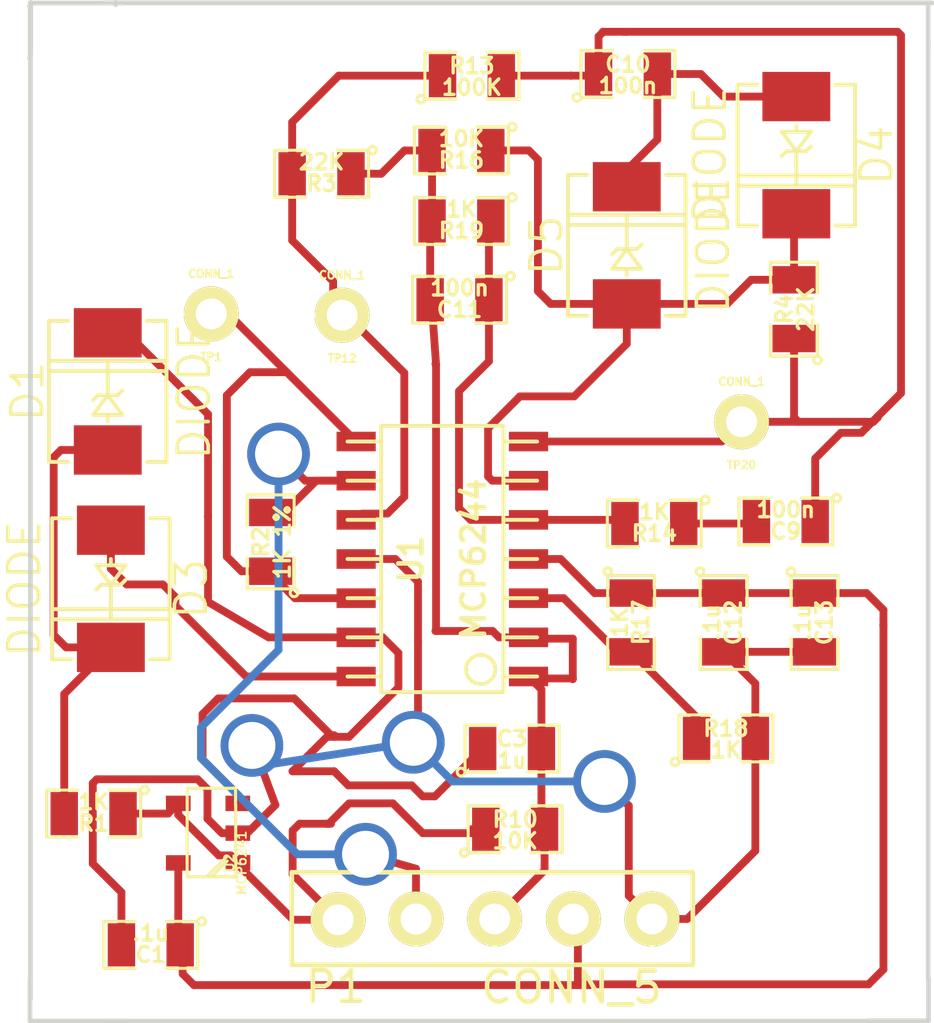
<source format=kicad_pcb>
(kicad_pcb (version 3) (host pcbnew "(2013-07-07 BZR 4022)-stable")

  (general
    (links 55)
    (no_connects 0)
    (area 25.26665 14.384019 55.575201 47.574201)
    (thickness 1.6)
    (drawings 19)
    (tracks 266)
    (zones 0)
    (modules 28)
    (nets 17)
  )

  (page A3)
  (layers
    (15 F.Cu signal)
    (0 B.Cu signal)
    (16 B.Adhes user)
    (17 F.Adhes user)
    (18 B.Paste user)
    (19 F.Paste user)
    (20 B.SilkS user)
    (21 F.SilkS user)
    (22 B.Mask user)
    (23 F.Mask user)
    (24 Dwgs.User user)
    (25 Cmts.User user)
    (26 Eco1.User user)
    (27 Eco2.User user)
    (28 Edge.Cuts user)
  )

  (setup
    (last_trace_width 0.254)
    (user_trace_width 0.6096)
    (trace_clearance 0.254)
    (zone_clearance 0.508)
    (zone_45_only no)
    (trace_min 0.254)
    (segment_width 0.2)
    (edge_width 0.1524)
    (via_size 2.032)
    (via_drill 1.524)
    (via_min_size 0.889)
    (via_min_drill 0.3302)
    (user_via 0.889 0.3302)
    (user_via 1.778 1.016)
    (uvia_size 0.508)
    (uvia_drill 0.127)
    (uvias_allowed no)
    (uvia_min_size 0.508)
    (uvia_min_drill 0.127)
    (pcb_text_width 0.3)
    (pcb_text_size 1.5 1.5)
    (mod_edge_width 0.15)
    (mod_text_size 1 1)
    (mod_text_width 0.15)
    (pad_size 1 1)
    (pad_drill 0)
    (pad_to_mask_clearance 0)
    (aux_axis_origin 0 0)
    (visible_elements 7FFFFFFF)
    (pcbplotparams
      (layerselection 271613953)
      (usegerberextensions true)
      (excludeedgelayer true)
      (linewidth 0.150000)
      (plotframeref false)
      (viasonmask false)
      (mode 1)
      (useauxorigin false)
      (hpglpennumber 1)
      (hpglpenspeed 20)
      (hpglpendiameter 15)
      (hpglpenoverlay 2)
      (psnegative false)
      (psa4output false)
      (plotreference true)
      (plotvalue true)
      (plotothertext true)
      (plotinvisibletext false)
      (padsonsilk false)
      (subtractmaskfromsilk true)
      (outputformat 1)
      (mirror false)
      (drillshape 0)
      (scaleselection 1)
      (outputdirectory "//psf/Home/Documents/Lettuce Buddy HW/Healthy EC Test PCB/Test4/Kicad/Gerbers/"))
  )

  (net 0 "")
  (net 1 /EC/DD)
  (net 2 /EC/EC_Meas)
  (net 3 /EC/EC_Probe+)
  (net 4 /EC/G1)
  (net 5 /EC/V+_WallWart)
  (net 6 /EC/VGND)
  (net 7 /EC/f1)
  (net 8 "/EC/pin 13&3")
  (net 9 "/EC/pin 14")
  (net 10 "/EC/pin 3")
  (net 11 "/EC/pin 5")
  (net 12 "/EC/pin 6")
  (net 13 "/EC/pin 7")
  (net 14 AC_Shrunk)
  (net 15 AGND)
  (net 16 EC_Signal)

  (net_class Default "This is the default net class."
    (clearance 0.254)
    (trace_width 0.254)
    (via_dia 2.032)
    (via_drill 1.524)
    (uvia_dia 0.508)
    (uvia_drill 0.127)
    (add_net "")
    (add_net /EC/DD)
    (add_net /EC/EC_Meas)
    (add_net /EC/EC_Probe+)
    (add_net /EC/G1)
    (add_net /EC/V+_WallWart)
    (add_net /EC/VGND)
    (add_net /EC/f1)
    (add_net "/EC/pin 13&3")
    (add_net "/EC/pin 14")
    (add_net "/EC/pin 3")
    (add_net "/EC/pin 5")
    (add_net "/EC/pin 6")
    (add_net "/EC/pin 7")
    (add_net AC_Shrunk)
    (add_net AGND)
    (add_net EC_Signal)
  )

  (module so-14 (layer F.Cu) (tedit 48A6BF8F) (tstamp 5468EC0A)
    (at 39.624 32.512 90)
    (descr SO-14)
    (path /53EF382C/5419C202)
    (attr smd)
    (fp_text reference U1 (at 0 -1.016 90) (layer F.SilkS)
      (effects (font (size 0.7493 0.7493) (thickness 0.14986)))
    )
    (fp_text value MCP6244 (at 0 1.016 90) (layer F.SilkS)
      (effects (font (size 0.7493 0.7493) (thickness 0.14986)))
    )
    (fp_line (start -4.318 -1.9812) (end -4.318 1.9812) (layer F.SilkS) (width 0.127))
    (fp_line (start -4.318 1.9812) (end 4.318 1.9812) (layer F.SilkS) (width 0.127))
    (fp_line (start 4.318 1.9812) (end 4.318 -1.9812) (layer F.SilkS) (width 0.127))
    (fp_line (start 4.318 -1.9812) (end -4.318 -1.9812) (layer F.SilkS) (width 0.127))
    (fp_line (start -2.54 -1.9812) (end -2.54 -3.0734) (layer F.SilkS) (width 0.127))
    (fp_line (start -1.27 -1.9812) (end -1.27 -3.0734) (layer F.SilkS) (width 0.127))
    (fp_line (start 0 -1.9812) (end 0 -3.0734) (layer F.SilkS) (width 0.127))
    (fp_line (start -3.81 -1.9812) (end -3.81 -3.0734) (layer F.SilkS) (width 0.127))
    (fp_line (start 1.27 -3.0734) (end 1.27 -1.9812) (layer F.SilkS) (width 0.127))
    (fp_line (start 2.54 -3.0734) (end 2.54 -1.9812) (layer F.SilkS) (width 0.127))
    (fp_line (start 3.81 -3.0734) (end 3.81 -1.9812) (layer F.SilkS) (width 0.127))
    (fp_line (start 3.81 1.9812) (end 3.81 3.0734) (layer F.SilkS) (width 0.127))
    (fp_line (start 2.54 1.9812) (end 2.54 3.0734) (layer F.SilkS) (width 0.127))
    (fp_line (start -3.81 1.9812) (end -3.81 3.0734) (layer F.SilkS) (width 0.127))
    (fp_line (start -2.54 3.0734) (end -2.54 1.9812) (layer F.SilkS) (width 0.127))
    (fp_line (start 1.27 3.0734) (end 1.27 1.9812) (layer F.SilkS) (width 0.127))
    (fp_line (start 0 3.0734) (end 0 1.9812) (layer F.SilkS) (width 0.127))
    (fp_line (start -1.27 3.0734) (end -1.27 1.9812) (layer F.SilkS) (width 0.127))
    (fp_circle (center -3.5814 1.2446) (end -3.8608 1.6256) (layer F.SilkS) (width 0.127))
    (pad 1 smd rect (at -3.81 2.794 90) (size 0.635 1.27)
      (layers F.Cu F.Paste F.Mask)
      (net 6 /EC/VGND)
    )
    (pad 2 smd rect (at -2.54 2.794 90) (size 0.635 1.27)
      (layers F.Cu F.Paste F.Mask)
      (net 6 /EC/VGND)
    )
    (pad 3 smd rect (at -1.27 2.794 90) (size 0.635 1.27)
      (layers F.Cu F.Paste F.Mask)
      (net 10 "/EC/pin 3")
    )
    (pad 4 smd rect (at 0 2.794 90) (size 0.635 1.27)
      (layers F.Cu F.Paste F.Mask)
      (net 5 /EC/V+_WallWart)
    )
    (pad 5 smd rect (at 1.27 2.794 90) (size 0.635 1.27)
      (layers F.Cu F.Paste F.Mask)
      (net 11 "/EC/pin 5")
    )
    (pad 6 smd rect (at 2.54 2.794 90) (size 0.635 1.27)
      (layers F.Cu F.Paste F.Mask)
      (net 12 "/EC/pin 6")
    )
    (pad 7 smd rect (at 3.81 2.794 90) (size 0.635 1.27)
      (layers F.Cu F.Paste F.Mask)
      (net 13 "/EC/pin 7")
    )
    (pad 8 smd rect (at 3.81 -2.794 90) (size 0.635 1.27)
      (layers F.Cu F.Paste F.Mask)
      (net 16 EC_Signal)
    )
    (pad 9 smd rect (at 2.54 -2.794 90) (size 0.635 1.27)
      (layers F.Cu F.Paste F.Mask)
      (net 3 /EC/EC_Probe+)
    )
    (pad 10 smd rect (at 1.27 -2.794 90) (size 0.635 1.27)
      (layers F.Cu F.Paste F.Mask)
      (net 14 AC_Shrunk)
    )
    (pad 11 smd rect (at 0 -2.794 90) (size 0.635 1.27)
      (layers F.Cu F.Paste F.Mask)
      (net 15 AGND)
    )
    (pad 12 smd rect (at -1.27 -2.794 90) (size 0.635 1.27)
      (layers F.Cu F.Paste F.Mask)
      (net 16 EC_Signal)
    )
    (pad 13 smd rect (at -2.54 -2.794 90) (size 0.635 1.27)
      (layers F.Cu F.Paste F.Mask)
      (net 8 "/EC/pin 13&3")
    )
    (pad 14 smd rect (at -3.81 -2.794 90) (size 0.635 1.27)
      (layers F.Cu F.Paste F.Mask)
      (net 9 "/EC/pin 14")
    )
    (model smd/smd_dil/so-14.wrl
      (at (xyz 0 0 0))
      (scale (xyz 1 1 1))
      (rotate (xyz 0 0 0))
    )
  )

  (module SM0805 (layer F.Cu) (tedit 5091495C) (tstamp 5468EC17)
    (at 40.58412 16.83766)
    (path /53EF382C/5416DCB7)
    (attr smd)
    (fp_text reference R13 (at 0 -0.3175) (layer F.SilkS)
      (effects (font (size 0.50038 0.50038) (thickness 0.10922)))
    )
    (fp_text value 100K (at 0 0.381) (layer F.SilkS)
      (effects (font (size 0.50038 0.50038) (thickness 0.10922)))
    )
    (fp_circle (center -1.651 0.762) (end -1.651 0.635) (layer F.SilkS) (width 0.09906))
    (fp_line (start -0.508 0.762) (end -1.524 0.762) (layer F.SilkS) (width 0.09906))
    (fp_line (start -1.524 0.762) (end -1.524 -0.762) (layer F.SilkS) (width 0.09906))
    (fp_line (start -1.524 -0.762) (end -0.508 -0.762) (layer F.SilkS) (width 0.09906))
    (fp_line (start 0.508 -0.762) (end 1.524 -0.762) (layer F.SilkS) (width 0.09906))
    (fp_line (start 1.524 -0.762) (end 1.524 0.762) (layer F.SilkS) (width 0.09906))
    (fp_line (start 1.524 0.762) (end 0.508 0.762) (layer F.SilkS) (width 0.09906))
    (pad 1 smd rect (at -0.9525 0) (size 0.889 1.397)
      (layers F.Cu F.Paste F.Mask)
      (net 14 AC_Shrunk)
    )
    (pad 2 smd rect (at 0.9525 0) (size 0.889 1.397)
      (layers F.Cu F.Paste F.Mask)
      (net 13 "/EC/pin 7")
    )
    (model smd/chip_cms.wrl
      (at (xyz 0 0 0))
      (scale (xyz 0.1 0.1 0.1))
      (rotate (xyz 0 0 0))
    )
  )

  (module SM0805 (layer F.Cu) (tedit 5091495C) (tstamp 5468EC31)
    (at 51.689 34.5694 270)
    (path /53EF382C/544B8F3A)
    (attr smd)
    (fp_text reference C13 (at 0 -0.3175 270) (layer F.SilkS)
      (effects (font (size 0.50038 0.50038) (thickness 0.10922)))
    )
    (fp_text value .1u (at 0 0.381 270) (layer F.SilkS)
      (effects (font (size 0.50038 0.50038) (thickness 0.10922)))
    )
    (fp_circle (center -1.651 0.762) (end -1.651 0.635) (layer F.SilkS) (width 0.09906))
    (fp_line (start -0.508 0.762) (end -1.524 0.762) (layer F.SilkS) (width 0.09906))
    (fp_line (start -1.524 0.762) (end -1.524 -0.762) (layer F.SilkS) (width 0.09906))
    (fp_line (start -1.524 -0.762) (end -0.508 -0.762) (layer F.SilkS) (width 0.09906))
    (fp_line (start 0.508 -0.762) (end 1.524 -0.762) (layer F.SilkS) (width 0.09906))
    (fp_line (start 1.524 -0.762) (end 1.524 0.762) (layer F.SilkS) (width 0.09906))
    (fp_line (start 1.524 0.762) (end 0.508 0.762) (layer F.SilkS) (width 0.09906))
    (pad 1 smd rect (at -0.9525 0 270) (size 0.889 1.397)
      (layers F.Cu F.Paste F.Mask)
      (net 5 /EC/V+_WallWart)
    )
    (pad 2 smd rect (at 0.9525 0 270) (size 0.889 1.397)
      (layers F.Cu F.Paste F.Mask)
      (net 15 AGND)
    )
    (model smd/chip_cms.wrl
      (at (xyz 0 0 0))
      (scale (xyz 0.1 0.1 0.1))
      (rotate (xyz 0 0 0))
    )
  )

  (module SM0805 (layer F.Cu) (tedit 5091495C) (tstamp 5468EC3E)
    (at 48.7426 34.5694 270)
    (path /53EF382C/544B8DF0)
    (attr smd)
    (fp_text reference C12 (at 0 -0.3175 270) (layer F.SilkS)
      (effects (font (size 0.50038 0.50038) (thickness 0.10922)))
    )
    (fp_text value .1u (at 0 0.381 270) (layer F.SilkS)
      (effects (font (size 0.50038 0.50038) (thickness 0.10922)))
    )
    (fp_circle (center -1.651 0.762) (end -1.651 0.635) (layer F.SilkS) (width 0.09906))
    (fp_line (start -0.508 0.762) (end -1.524 0.762) (layer F.SilkS) (width 0.09906))
    (fp_line (start -1.524 0.762) (end -1.524 -0.762) (layer F.SilkS) (width 0.09906))
    (fp_line (start -1.524 -0.762) (end -0.508 -0.762) (layer F.SilkS) (width 0.09906))
    (fp_line (start 0.508 -0.762) (end 1.524 -0.762) (layer F.SilkS) (width 0.09906))
    (fp_line (start 1.524 -0.762) (end 1.524 0.762) (layer F.SilkS) (width 0.09906))
    (fp_line (start 1.524 0.762) (end 0.508 0.762) (layer F.SilkS) (width 0.09906))
    (pad 1 smd rect (at -0.9525 0 270) (size 0.889 1.397)
      (layers F.Cu F.Paste F.Mask)
      (net 5 /EC/V+_WallWart)
    )
    (pad 2 smd rect (at 0.9525 0 270) (size 0.889 1.397)
      (layers F.Cu F.Paste F.Mask)
      (net 15 AGND)
    )
    (model smd/chip_cms.wrl
      (at (xyz 0 0 0))
      (scale (xyz 0.1 0.1 0.1))
      (rotate (xyz 0 0 0))
    )
  )

  (module SM0805 (layer F.Cu) (tedit 5091495C) (tstamp 5468EC4B)
    (at 41.8846 38.6588)
    (path /53EF382C/5416E04B)
    (attr smd)
    (fp_text reference C3 (at 0 -0.3175) (layer F.SilkS)
      (effects (font (size 0.50038 0.50038) (thickness 0.10922)))
    )
    (fp_text value 1u (at 0 0.381) (layer F.SilkS)
      (effects (font (size 0.50038 0.50038) (thickness 0.10922)))
    )
    (fp_circle (center -1.651 0.762) (end -1.651 0.635) (layer F.SilkS) (width 0.09906))
    (fp_line (start -0.508 0.762) (end -1.524 0.762) (layer F.SilkS) (width 0.09906))
    (fp_line (start -1.524 0.762) (end -1.524 -0.762) (layer F.SilkS) (width 0.09906))
    (fp_line (start -1.524 -0.762) (end -0.508 -0.762) (layer F.SilkS) (width 0.09906))
    (fp_line (start 0.508 -0.762) (end 1.524 -0.762) (layer F.SilkS) (width 0.09906))
    (fp_line (start 1.524 -0.762) (end 1.524 0.762) (layer F.SilkS) (width 0.09906))
    (fp_line (start 1.524 0.762) (end 0.508 0.762) (layer F.SilkS) (width 0.09906))
    (pad 1 smd rect (at -0.9525 0) (size 0.889 1.397)
      (layers F.Cu F.Paste F.Mask)
      (net 8 "/EC/pin 13&3")
    )
    (pad 2 smd rect (at 0.9525 0) (size 0.889 1.397)
      (layers F.Cu F.Paste F.Mask)
      (net 6 /EC/VGND)
    )
    (model smd/chip_cms.wrl
      (at (xyz 0 0 0))
      (scale (xyz 0.1 0.1 0.1))
      (rotate (xyz 0 0 0))
    )
  )

  (module SM0805 (layer F.Cu) (tedit 5091495C) (tstamp 5468EC58)
    (at 41.9862 41.275)
    (path /53EF382C/5416E045)
    (attr smd)
    (fp_text reference R10 (at 0 -0.3175) (layer F.SilkS)
      (effects (font (size 0.50038 0.50038) (thickness 0.10922)))
    )
    (fp_text value 10K (at 0 0.381) (layer F.SilkS)
      (effects (font (size 0.50038 0.50038) (thickness 0.10922)))
    )
    (fp_circle (center -1.651 0.762) (end -1.651 0.635) (layer F.SilkS) (width 0.09906))
    (fp_line (start -0.508 0.762) (end -1.524 0.762) (layer F.SilkS) (width 0.09906))
    (fp_line (start -1.524 0.762) (end -1.524 -0.762) (layer F.SilkS) (width 0.09906))
    (fp_line (start -1.524 -0.762) (end -0.508 -0.762) (layer F.SilkS) (width 0.09906))
    (fp_line (start 0.508 -0.762) (end 1.524 -0.762) (layer F.SilkS) (width 0.09906))
    (fp_line (start 1.524 -0.762) (end 1.524 0.762) (layer F.SilkS) (width 0.09906))
    (fp_line (start 1.524 0.762) (end 0.508 0.762) (layer F.SilkS) (width 0.09906))
    (pad 1 smd rect (at -0.9525 0) (size 0.889 1.397)
      (layers F.Cu F.Paste F.Mask)
      (net 2 /EC/EC_Meas)
    )
    (pad 2 smd rect (at 0.9525 0) (size 0.889 1.397)
      (layers F.Cu F.Paste F.Mask)
      (net 6 /EC/VGND)
    )
    (model smd/chip_cms.wrl
      (at (xyz 0 0 0))
      (scale (xyz 0.1 0.1 0.1))
      (rotate (xyz 0 0 0))
    )
  )

  (module SM0805 (layer F.Cu) (tedit 5091495C) (tstamp 5468EC72)
    (at 46.49724 31.36138 180)
    (path /53EF382C/5416DB22)
    (attr smd)
    (fp_text reference R14 (at 0 -0.3175 180) (layer F.SilkS)
      (effects (font (size 0.50038 0.50038) (thickness 0.10922)))
    )
    (fp_text value 1K (at 0 0.381 180) (layer F.SilkS)
      (effects (font (size 0.50038 0.50038) (thickness 0.10922)))
    )
    (fp_circle (center -1.651 0.762) (end -1.651 0.635) (layer F.SilkS) (width 0.09906))
    (fp_line (start -0.508 0.762) (end -1.524 0.762) (layer F.SilkS) (width 0.09906))
    (fp_line (start -1.524 0.762) (end -1.524 -0.762) (layer F.SilkS) (width 0.09906))
    (fp_line (start -1.524 -0.762) (end -0.508 -0.762) (layer F.SilkS) (width 0.09906))
    (fp_line (start 0.508 -0.762) (end 1.524 -0.762) (layer F.SilkS) (width 0.09906))
    (fp_line (start 1.524 -0.762) (end 1.524 0.762) (layer F.SilkS) (width 0.09906))
    (fp_line (start 1.524 0.762) (end 0.508 0.762) (layer F.SilkS) (width 0.09906))
    (pad 1 smd rect (at -0.9525 0 180) (size 0.889 1.397)
      (layers F.Cu F.Paste F.Mask)
      (net 7 /EC/f1)
    )
    (pad 2 smd rect (at 0.9525 0 180) (size 0.889 1.397)
      (layers F.Cu F.Paste F.Mask)
      (net 11 "/EC/pin 5")
    )
    (model smd/chip_cms.wrl
      (at (xyz 0 0 0))
      (scale (xyz 0.1 0.1 0.1))
      (rotate (xyz 0 0 0))
    )
  )

  (module SM0805 (layer F.Cu) (tedit 5091495C) (tstamp 5468EC7F)
    (at 50.75936 31.29534 180)
    (path /53EF382C/5416DB1C)
    (attr smd)
    (fp_text reference C9 (at 0 -0.3175 180) (layer F.SilkS)
      (effects (font (size 0.50038 0.50038) (thickness 0.10922)))
    )
    (fp_text value 100n (at 0 0.381 180) (layer F.SilkS)
      (effects (font (size 0.50038 0.50038) (thickness 0.10922)))
    )
    (fp_circle (center -1.651 0.762) (end -1.651 0.635) (layer F.SilkS) (width 0.09906))
    (fp_line (start -0.508 0.762) (end -1.524 0.762) (layer F.SilkS) (width 0.09906))
    (fp_line (start -1.524 0.762) (end -1.524 -0.762) (layer F.SilkS) (width 0.09906))
    (fp_line (start -1.524 -0.762) (end -0.508 -0.762) (layer F.SilkS) (width 0.09906))
    (fp_line (start 0.508 -0.762) (end 1.524 -0.762) (layer F.SilkS) (width 0.09906))
    (fp_line (start 1.524 -0.762) (end 1.524 0.762) (layer F.SilkS) (width 0.09906))
    (fp_line (start 1.524 0.762) (end 0.508 0.762) (layer F.SilkS) (width 0.09906))
    (pad 1 smd rect (at -0.9525 0 180) (size 0.889 1.397)
      (layers F.Cu F.Paste F.Mask)
      (net 13 "/EC/pin 7")
    )
    (pad 2 smd rect (at 0.9525 0 180) (size 0.889 1.397)
      (layers F.Cu F.Paste F.Mask)
      (net 7 /EC/f1)
    )
    (model smd/chip_cms.wrl
      (at (xyz 0 0 0))
      (scale (xyz 0.1 0.1 0.1))
      (rotate (xyz 0 0 0))
    )
  )

  (module SM0805 (layer F.Cu) (tedit 5091495C) (tstamp 5468ECB3)
    (at 45.64126 16.78432)
    (path /53EF382C/5416D70C)
    (attr smd)
    (fp_text reference C10 (at 0 -0.3175) (layer F.SilkS)
      (effects (font (size 0.50038 0.50038) (thickness 0.10922)))
    )
    (fp_text value 100n (at 0 0.381) (layer F.SilkS)
      (effects (font (size 0.50038 0.50038) (thickness 0.10922)))
    )
    (fp_circle (center -1.651 0.762) (end -1.651 0.635) (layer F.SilkS) (width 0.09906))
    (fp_line (start -0.508 0.762) (end -1.524 0.762) (layer F.SilkS) (width 0.09906))
    (fp_line (start -1.524 0.762) (end -1.524 -0.762) (layer F.SilkS) (width 0.09906))
    (fp_line (start -1.524 -0.762) (end -0.508 -0.762) (layer F.SilkS) (width 0.09906))
    (fp_line (start 0.508 -0.762) (end 1.524 -0.762) (layer F.SilkS) (width 0.09906))
    (fp_line (start 1.524 -0.762) (end 1.524 0.762) (layer F.SilkS) (width 0.09906))
    (fp_line (start 1.524 0.762) (end 0.508 0.762) (layer F.SilkS) (width 0.09906))
    (pad 1 smd rect (at -0.9525 0) (size 0.889 1.397)
      (layers F.Cu F.Paste F.Mask)
      (net 13 "/EC/pin 7")
    )
    (pad 2 smd rect (at 0.9525 0) (size 0.889 1.397)
      (layers F.Cu F.Paste F.Mask)
      (net 4 /EC/G1)
    )
    (model smd/chip_cms.wrl
      (at (xyz 0 0 0))
      (scale (xyz 0.1 0.1 0.1))
      (rotate (xyz 0 0 0))
    )
  )

  (module SM0805 (layer F.Cu) (tedit 5091495C) (tstamp 5468ECC0)
    (at 40.1828 24.1046 180)
    (path /53EF382C/5416D6FD)
    (attr smd)
    (fp_text reference C11 (at 0 -0.3175 180) (layer F.SilkS)
      (effects (font (size 0.50038 0.50038) (thickness 0.10922)))
    )
    (fp_text value 100n (at 0 0.381 180) (layer F.SilkS)
      (effects (font (size 0.50038 0.50038) (thickness 0.10922)))
    )
    (fp_circle (center -1.651 0.762) (end -1.651 0.635) (layer F.SilkS) (width 0.09906))
    (fp_line (start -0.508 0.762) (end -1.524 0.762) (layer F.SilkS) (width 0.09906))
    (fp_line (start -1.524 0.762) (end -1.524 -0.762) (layer F.SilkS) (width 0.09906))
    (fp_line (start -1.524 -0.762) (end -0.508 -0.762) (layer F.SilkS) (width 0.09906))
    (fp_line (start 0.508 -0.762) (end 1.524 -0.762) (layer F.SilkS) (width 0.09906))
    (fp_line (start 1.524 -0.762) (end 1.524 0.762) (layer F.SilkS) (width 0.09906))
    (fp_line (start 1.524 0.762) (end 0.508 0.762) (layer F.SilkS) (width 0.09906))
    (pad 1 smd rect (at -0.9525 0 180) (size 0.889 1.397)
      (layers F.Cu F.Paste F.Mask)
      (net 11 "/EC/pin 5")
    )
    (pad 2 smd rect (at 0.9525 0 180) (size 0.889 1.397)
      (layers F.Cu F.Paste F.Mask)
      (net 6 /EC/VGND)
    )
    (model smd/chip_cms.wrl
      (at (xyz 0 0 0))
      (scale (xyz 0.1 0.1 0.1))
      (rotate (xyz 0 0 0))
    )
  )

  (module SM0805 (layer F.Cu) (tedit 5091495C) (tstamp 5468ECCD)
    (at 40.24376 19.26336 180)
    (path /53EF382C/5416D6F5)
    (attr smd)
    (fp_text reference R16 (at 0 -0.3175 180) (layer F.SilkS)
      (effects (font (size 0.50038 0.50038) (thickness 0.10922)))
    )
    (fp_text value 10K (at 0 0.381 180) (layer F.SilkS)
      (effects (font (size 0.50038 0.50038) (thickness 0.10922)))
    )
    (fp_circle (center -1.651 0.762) (end -1.651 0.635) (layer F.SilkS) (width 0.09906))
    (fp_line (start -0.508 0.762) (end -1.524 0.762) (layer F.SilkS) (width 0.09906))
    (fp_line (start -1.524 0.762) (end -1.524 -0.762) (layer F.SilkS) (width 0.09906))
    (fp_line (start -1.524 -0.762) (end -0.508 -0.762) (layer F.SilkS) (width 0.09906))
    (fp_line (start 0.508 -0.762) (end 1.524 -0.762) (layer F.SilkS) (width 0.09906))
    (fp_line (start 1.524 -0.762) (end 1.524 0.762) (layer F.SilkS) (width 0.09906))
    (fp_line (start 1.524 0.762) (end 0.508 0.762) (layer F.SilkS) (width 0.09906))
    (pad 1 smd rect (at -0.9525 0 180) (size 0.889 1.397)
      (layers F.Cu F.Paste F.Mask)
      (net 12 "/EC/pin 6")
    )
    (pad 2 smd rect (at 0.9525 0 180) (size 0.889 1.397)
      (layers F.Cu F.Paste F.Mask)
      (net 6 /EC/VGND)
    )
    (model smd/chip_cms.wrl
      (at (xyz 0 0 0))
      (scale (xyz 0.1 0.1 0.1))
      (rotate (xyz 0 0 0))
    )
  )

  (module SM0805 (layer F.Cu) (tedit 5091495C) (tstamp 5468ECDA)
    (at 40.24376 21.54936 180)
    (path /53EF382C/5416D6EF)
    (attr smd)
    (fp_text reference R19 (at 0 -0.3175 180) (layer F.SilkS)
      (effects (font (size 0.50038 0.50038) (thickness 0.10922)))
    )
    (fp_text value 1K (at 0 0.381 180) (layer F.SilkS)
      (effects (font (size 0.50038 0.50038) (thickness 0.10922)))
    )
    (fp_circle (center -1.651 0.762) (end -1.651 0.635) (layer F.SilkS) (width 0.09906))
    (fp_line (start -0.508 0.762) (end -1.524 0.762) (layer F.SilkS) (width 0.09906))
    (fp_line (start -1.524 0.762) (end -1.524 -0.762) (layer F.SilkS) (width 0.09906))
    (fp_line (start -1.524 -0.762) (end -0.508 -0.762) (layer F.SilkS) (width 0.09906))
    (fp_line (start 0.508 -0.762) (end 1.524 -0.762) (layer F.SilkS) (width 0.09906))
    (fp_line (start 1.524 -0.762) (end 1.524 0.762) (layer F.SilkS) (width 0.09906))
    (fp_line (start 1.524 0.762) (end 0.508 0.762) (layer F.SilkS) (width 0.09906))
    (pad 1 smd rect (at -0.9525 0 180) (size 0.889 1.397)
      (layers F.Cu F.Paste F.Mask)
      (net 11 "/EC/pin 5")
    )
    (pad 2 smd rect (at 0.9525 0 180) (size 0.889 1.397)
      (layers F.Cu F.Paste F.Mask)
      (net 6 /EC/VGND)
    )
    (model smd/chip_cms.wrl
      (at (xyz 0 0 0))
      (scale (xyz 0.1 0.1 0.1))
      (rotate (xyz 0 0 0))
    )
  )

  (module SM0805 (layer F.Cu) (tedit 5091495C) (tstamp 5468ECE7)
    (at 48.8188 38.3286)
    (path /53EF382C/5416D6B8)
    (attr smd)
    (fp_text reference R18 (at 0 -0.3175) (layer F.SilkS)
      (effects (font (size 0.50038 0.50038) (thickness 0.10922)))
    )
    (fp_text value 1K (at 0 0.381) (layer F.SilkS)
      (effects (font (size 0.50038 0.50038) (thickness 0.10922)))
    )
    (fp_circle (center -1.651 0.762) (end -1.651 0.635) (layer F.SilkS) (width 0.09906))
    (fp_line (start -0.508 0.762) (end -1.524 0.762) (layer F.SilkS) (width 0.09906))
    (fp_line (start -1.524 0.762) (end -1.524 -0.762) (layer F.SilkS) (width 0.09906))
    (fp_line (start -1.524 -0.762) (end -0.508 -0.762) (layer F.SilkS) (width 0.09906))
    (fp_line (start 0.508 -0.762) (end 1.524 -0.762) (layer F.SilkS) (width 0.09906))
    (fp_line (start 1.524 -0.762) (end 1.524 0.762) (layer F.SilkS) (width 0.09906))
    (fp_line (start 1.524 0.762) (end 0.508 0.762) (layer F.SilkS) (width 0.09906))
    (pad 1 smd rect (at -0.9525 0) (size 0.889 1.397)
      (layers F.Cu F.Paste F.Mask)
      (net 10 "/EC/pin 3")
    )
    (pad 2 smd rect (at 0.9525 0) (size 0.889 1.397)
      (layers F.Cu F.Paste F.Mask)
      (net 15 AGND)
    )
    (model smd/chip_cms.wrl
      (at (xyz 0 0 0))
      (scale (xyz 0.1 0.1 0.1))
      (rotate (xyz 0 0 0))
    )
  )

  (module SM0805 (layer F.Cu) (tedit 5091495C) (tstamp 5468ECF4)
    (at 45.7454 34.5694 270)
    (path /53EF382C/5416D6AB)
    (attr smd)
    (fp_text reference R17 (at 0 -0.3175 270) (layer F.SilkS)
      (effects (font (size 0.50038 0.50038) (thickness 0.10922)))
    )
    (fp_text value 1K (at 0 0.381 270) (layer F.SilkS)
      (effects (font (size 0.50038 0.50038) (thickness 0.10922)))
    )
    (fp_circle (center -1.651 0.762) (end -1.651 0.635) (layer F.SilkS) (width 0.09906))
    (fp_line (start -0.508 0.762) (end -1.524 0.762) (layer F.SilkS) (width 0.09906))
    (fp_line (start -1.524 0.762) (end -1.524 -0.762) (layer F.SilkS) (width 0.09906))
    (fp_line (start -1.524 -0.762) (end -0.508 -0.762) (layer F.SilkS) (width 0.09906))
    (fp_line (start 0.508 -0.762) (end 1.524 -0.762) (layer F.SilkS) (width 0.09906))
    (fp_line (start 1.524 -0.762) (end 1.524 0.762) (layer F.SilkS) (width 0.09906))
    (fp_line (start 1.524 0.762) (end 0.508 0.762) (layer F.SilkS) (width 0.09906))
    (pad 1 smd rect (at -0.9525 0 270) (size 0.889 1.397)
      (layers F.Cu F.Paste F.Mask)
      (net 5 /EC/V+_WallWart)
    )
    (pad 2 smd rect (at 0.9525 0 270) (size 0.889 1.397)
      (layers F.Cu F.Paste F.Mask)
      (net 10 "/EC/pin 3")
    )
    (model smd/chip_cms.wrl
      (at (xyz 0 0 0))
      (scale (xyz 0.1 0.1 0.1))
      (rotate (xyz 0 0 0))
    )
  )

  (module "DO-214AC(SMA)" (layer F.Cu) (tedit 50924EEA) (tstamp 5468ED36)
    (at 28.8798 33.4772 270)
    (descr "DO-214AC (SMA)  PACKAGE.")
    (tags "DO-214AC SMA")
    (path /53EF382C/5416E03F)
    (attr smd)
    (fp_text reference D3 (at 0 -2.60096 270) (layer F.SilkS)
      (effects (font (size 1.00076 1.00076) (thickness 0.11938)))
    )
    (fp_text value DIODE (at 0 2.79908 270) (layer F.SilkS)
      (effects (font (size 1.00076 1.00076) (thickness 0.11938)))
    )
    (fp_line (start -0.762 0) (end -0.9652 0) (layer F.SilkS) (width 0.127))
    (fp_line (start -2.286 -1.905) (end 2.286 -1.905) (layer F.SilkS) (width 0.127))
    (fp_line (start 2.286 -1.905) (end 2.286 -1.27) (layer F.SilkS) (width 0.127))
    (fp_line (start 0.6604 1.905) (end 0.6604 -1.905) (layer F.SilkS) (width 0.127))
    (fp_line (start 0.9906 1.905) (end 0.9906 -1.905) (layer F.SilkS) (width 0.127))
    (fp_line (start -2.286 1.27) (end -2.286 1.905) (layer F.SilkS) (width 0.127))
    (fp_line (start -2.286 1.905) (end 2.286 1.905) (layer F.SilkS) (width 0.127))
    (fp_line (start 2.286 1.905) (end 2.286 1.27) (layer F.SilkS) (width 0.127))
    (fp_line (start -2.286 -1.27) (end -2.286 -1.905) (layer F.SilkS) (width 0.127))
    (fp_line (start -0.127 0) (end -0.762 -0.47498) (layer F.SilkS) (width 0.127))
    (fp_line (start -0.762 -0.47498) (end -0.762 0) (layer F.SilkS) (width 0.127))
    (fp_line (start -0.762 0) (end -0.762 0.47498) (layer F.SilkS) (width 0.127))
    (fp_line (start -0.762 0.47498) (end -0.127 0) (layer F.SilkS) (width 0.127))
    (fp_line (start -0.127 0) (end -0.127 -0.3175) (layer F.SilkS) (width 0.127))
    (fp_line (start -0.127 -0.3175) (end -0.28448 -0.47498) (layer F.SilkS) (width 0.127))
    (fp_line (start -0.127 0) (end -0.127 0.3175) (layer F.SilkS) (width 0.127))
    (fp_line (start -0.127 0.3175) (end 0.03048 0.47498) (layer F.SilkS) (width 0.127))
    (fp_line (start -0.127 0) (end 0.98298 0) (layer F.SilkS) (width 0.127))
    (pad 1 smd rect (at -1.89992 0 270) (size 1.6002 2.19964)
      (layers F.Cu F.Paste F.Mask)
      (net 9 "/EC/pin 14")
    )
    (pad 2 smd rect (at 1.89992 0 270) (size 1.6002 2.19964)
      (layers F.Cu F.Paste F.Mask)
      (net 1 /EC/DD)
    )
    (model smd/do214.wrl
      (at (xyz 0 0 0))
      (scale (xyz 0.95 0.95 0.95))
      (rotate (xyz 0 0 0))
    )
  )

  (module "DO-214AC(SMA)" (layer F.Cu) (tedit 50924EEA) (tstamp 5468ED4E)
    (at 45.60316 22.3393 90)
    (descr "DO-214AC (SMA)  PACKAGE.")
    (tags "DO-214AC SMA")
    (path /53EF382C/5416D7E2)
    (attr smd)
    (fp_text reference D5 (at 0 -2.60096 90) (layer F.SilkS)
      (effects (font (size 1.00076 1.00076) (thickness 0.11938)))
    )
    (fp_text value DIODE (at 0 2.79908 90) (layer F.SilkS)
      (effects (font (size 1.00076 1.00076) (thickness 0.11938)))
    )
    (fp_line (start -0.762 0) (end -0.9652 0) (layer F.SilkS) (width 0.127))
    (fp_line (start -2.286 -1.905) (end 2.286 -1.905) (layer F.SilkS) (width 0.127))
    (fp_line (start 2.286 -1.905) (end 2.286 -1.27) (layer F.SilkS) (width 0.127))
    (fp_line (start 0.6604 1.905) (end 0.6604 -1.905) (layer F.SilkS) (width 0.127))
    (fp_line (start 0.9906 1.905) (end 0.9906 -1.905) (layer F.SilkS) (width 0.127))
    (fp_line (start -2.286 1.27) (end -2.286 1.905) (layer F.SilkS) (width 0.127))
    (fp_line (start -2.286 1.905) (end 2.286 1.905) (layer F.SilkS) (width 0.127))
    (fp_line (start 2.286 1.905) (end 2.286 1.27) (layer F.SilkS) (width 0.127))
    (fp_line (start -2.286 -1.27) (end -2.286 -1.905) (layer F.SilkS) (width 0.127))
    (fp_line (start -0.127 0) (end -0.762 -0.47498) (layer F.SilkS) (width 0.127))
    (fp_line (start -0.762 -0.47498) (end -0.762 0) (layer F.SilkS) (width 0.127))
    (fp_line (start -0.762 0) (end -0.762 0.47498) (layer F.SilkS) (width 0.127))
    (fp_line (start -0.762 0.47498) (end -0.127 0) (layer F.SilkS) (width 0.127))
    (fp_line (start -0.127 0) (end -0.127 -0.3175) (layer F.SilkS) (width 0.127))
    (fp_line (start -0.127 -0.3175) (end -0.28448 -0.47498) (layer F.SilkS) (width 0.127))
    (fp_line (start -0.127 0) (end -0.127 0.3175) (layer F.SilkS) (width 0.127))
    (fp_line (start -0.127 0.3175) (end 0.03048 0.47498) (layer F.SilkS) (width 0.127))
    (fp_line (start -0.127 0) (end 0.98298 0) (layer F.SilkS) (width 0.127))
    (pad 1 smd rect (at -1.89992 0 90) (size 1.6002 2.19964)
      (layers F.Cu F.Paste F.Mask)
      (net 12 "/EC/pin 6")
    )
    (pad 2 smd rect (at 1.89992 0 90) (size 1.6002 2.19964)
      (layers F.Cu F.Paste F.Mask)
      (net 4 /EC/G1)
    )
    (model smd/do214.wrl
      (at (xyz 0 0 0))
      (scale (xyz 0.95 0.95 0.95))
      (rotate (xyz 0 0 0))
    )
  )

  (module "DO-214AC(SMA)" (layer F.Cu) (tedit 50924EEA) (tstamp 5468ED66)
    (at 51.09972 19.41576 270)
    (descr "DO-214AC (SMA)  PACKAGE.")
    (tags "DO-214AC SMA")
    (path /53EF382C/5416D7D5)
    (attr smd)
    (fp_text reference D4 (at 0 -2.60096 270) (layer F.SilkS)
      (effects (font (size 1.00076 1.00076) (thickness 0.11938)))
    )
    (fp_text value DIODE (at 0 2.79908 270) (layer F.SilkS)
      (effects (font (size 1.00076 1.00076) (thickness 0.11938)))
    )
    (fp_line (start -0.762 0) (end -0.9652 0) (layer F.SilkS) (width 0.127))
    (fp_line (start -2.286 -1.905) (end 2.286 -1.905) (layer F.SilkS) (width 0.127))
    (fp_line (start 2.286 -1.905) (end 2.286 -1.27) (layer F.SilkS) (width 0.127))
    (fp_line (start 0.6604 1.905) (end 0.6604 -1.905) (layer F.SilkS) (width 0.127))
    (fp_line (start 0.9906 1.905) (end 0.9906 -1.905) (layer F.SilkS) (width 0.127))
    (fp_line (start -2.286 1.27) (end -2.286 1.905) (layer F.SilkS) (width 0.127))
    (fp_line (start -2.286 1.905) (end 2.286 1.905) (layer F.SilkS) (width 0.127))
    (fp_line (start 2.286 1.905) (end 2.286 1.27) (layer F.SilkS) (width 0.127))
    (fp_line (start -2.286 -1.27) (end -2.286 -1.905) (layer F.SilkS) (width 0.127))
    (fp_line (start -0.127 0) (end -0.762 -0.47498) (layer F.SilkS) (width 0.127))
    (fp_line (start -0.762 -0.47498) (end -0.762 0) (layer F.SilkS) (width 0.127))
    (fp_line (start -0.762 0) (end -0.762 0.47498) (layer F.SilkS) (width 0.127))
    (fp_line (start -0.762 0.47498) (end -0.127 0) (layer F.SilkS) (width 0.127))
    (fp_line (start -0.127 0) (end -0.127 -0.3175) (layer F.SilkS) (width 0.127))
    (fp_line (start -0.127 -0.3175) (end -0.28448 -0.47498) (layer F.SilkS) (width 0.127))
    (fp_line (start -0.127 0) (end -0.127 0.3175) (layer F.SilkS) (width 0.127))
    (fp_line (start -0.127 0.3175) (end 0.03048 0.47498) (layer F.SilkS) (width 0.127))
    (fp_line (start -0.127 0) (end 0.98298 0) (layer F.SilkS) (width 0.127))
    (pad 1 smd rect (at -1.89992 0 270) (size 1.6002 2.19964)
      (layers F.Cu F.Paste F.Mask)
      (net 4 /EC/G1)
    )
    (pad 2 smd rect (at 1.89992 0 270) (size 1.6002 2.19964)
      (layers F.Cu F.Paste F.Mask)
      (net 12 "/EC/pin 6")
    )
    (model smd/do214.wrl
      (at (xyz 0 0 0))
      (scale (xyz 0.95 0.95 0.95))
      (rotate (xyz 0 0 0))
    )
  )

  (module LB_CONN_5 (layer F.Cu) (tedit 548838E8) (tstamp 54693EB7)
    (at 36.2458 44.1706)
    (path /54693F63)
    (fp_text reference P1 (at -0.08128 2.21234) (layer F.SilkS)
      (effects (font (size 1 1) (thickness 0.15)))
    )
    (fp_text value CONN_5 (at 7.56666 2.2352) (layer F.SilkS)
      (effects (font (size 1 1) (thickness 0.15)))
    )
    (fp_line (start -1.5 -1.5) (end 11.5 -1.5) (layer F.SilkS) (width 0.15))
    (fp_line (start 11.5 -1.5) (end 11.5 1.5) (layer F.SilkS) (width 0.15))
    (fp_line (start 11.5 1.5) (end -1.5 1.5) (layer F.SilkS) (width 0.15))
    (fp_line (start -1.5 -1.5) (end -1.5 1.5) (layer F.SilkS) (width 0.15))
    (pad 1 thru_hole circle (at 0 0.04) (size 1.78 1.78) (drill 1)
      (layers *.Cu *.Mask F.SilkS)
      (net 2 /EC/EC_Meas)
    )
    (pad 2 thru_hole circle (at 2.5246 0.0146) (size 1.78 1.78) (drill 1)
      (layers *.Cu *.Mask F.SilkS)
      (net 3 /EC/EC_Probe+)
    )
    (pad 3 thru_hole circle (at 5.0746 0.0146) (size 1.78 1.78) (drill 1)
      (layers *.Cu *.Mask F.SilkS)
      (net 6 /EC/VGND)
    )
    (pad 4 thru_hole circle (at 7.6246 0.0146) (size 1.78 1.78) (drill 1)
      (layers *.Cu *.Mask F.SilkS)
      (net 5 /EC/V+_WallWart)
    )
    (pad 5 thru_hole circle (at 10.1746 0.0146) (size 1.78 1.78) (drill 1)
      (layers *.Cu *.Mask F.SilkS)
      (net 15 AGND)
    )
  )

  (module SM0805 (layer F.Cu) (tedit 5091495C) (tstamp 548625C5)
    (at 51.02606 24.4094 90)
    (path /53EF382C/5486055C)
    (attr smd)
    (fp_text reference R4 (at 0 -0.3175 90) (layer F.SilkS)
      (effects (font (size 0.50038 0.50038) (thickness 0.10922)))
    )
    (fp_text value 22K (at 0 0.381 90) (layer F.SilkS)
      (effects (font (size 0.50038 0.50038) (thickness 0.10922)))
    )
    (fp_circle (center -1.651 0.762) (end -1.651 0.635) (layer F.SilkS) (width 0.09906))
    (fp_line (start -0.508 0.762) (end -1.524 0.762) (layer F.SilkS) (width 0.09906))
    (fp_line (start -1.524 0.762) (end -1.524 -0.762) (layer F.SilkS) (width 0.09906))
    (fp_line (start -1.524 -0.762) (end -0.508 -0.762) (layer F.SilkS) (width 0.09906))
    (fp_line (start 0.508 -0.762) (end 1.524 -0.762) (layer F.SilkS) (width 0.09906))
    (fp_line (start 1.524 -0.762) (end 1.524 0.762) (layer F.SilkS) (width 0.09906))
    (fp_line (start 1.524 0.762) (end 0.508 0.762) (layer F.SilkS) (width 0.09906))
    (pad 1 smd rect (at -0.9525 0 90) (size 0.889 1.397)
      (layers F.Cu F.Paste F.Mask)
      (net 13 "/EC/pin 7")
    )
    (pad 2 smd rect (at 0.9525 0 90) (size 0.889 1.397)
      (layers F.Cu F.Paste F.Mask)
      (net 12 "/EC/pin 6")
    )
    (model smd/chip_cms.wrl
      (at (xyz 0 0 0))
      (scale (xyz 0.1 0.1 0.1))
      (rotate (xyz 0 0 0))
    )
  )

  (module SM0805 (layer F.Cu) (tedit 5091495C) (tstamp 548625D2)
    (at 35.70986 20.01774 180)
    (path /53EF382C/54860697)
    (attr smd)
    (fp_text reference R3 (at 0 -0.3175 180) (layer F.SilkS)
      (effects (font (size 0.50038 0.50038) (thickness 0.10922)))
    )
    (fp_text value 22K (at 0 0.381 180) (layer F.SilkS)
      (effects (font (size 0.50038 0.50038) (thickness 0.10922)))
    )
    (fp_circle (center -1.651 0.762) (end -1.651 0.635) (layer F.SilkS) (width 0.09906))
    (fp_line (start -0.508 0.762) (end -1.524 0.762) (layer F.SilkS) (width 0.09906))
    (fp_line (start -1.524 0.762) (end -1.524 -0.762) (layer F.SilkS) (width 0.09906))
    (fp_line (start -1.524 -0.762) (end -0.508 -0.762) (layer F.SilkS) (width 0.09906))
    (fp_line (start 0.508 -0.762) (end 1.524 -0.762) (layer F.SilkS) (width 0.09906))
    (fp_line (start 1.524 -0.762) (end 1.524 0.762) (layer F.SilkS) (width 0.09906))
    (fp_line (start 1.524 0.762) (end 0.508 0.762) (layer F.SilkS) (width 0.09906))
    (pad 1 smd rect (at -0.9525 0 180) (size 0.889 1.397)
      (layers F.Cu F.Paste F.Mask)
      (net 6 /EC/VGND)
    )
    (pad 2 smd rect (at 0.9525 0 180) (size 0.889 1.397)
      (layers F.Cu F.Paste F.Mask)
      (net 14 AC_Shrunk)
    )
    (model smd/chip_cms.wrl
      (at (xyz 0 0 0))
      (scale (xyz 0.1 0.1 0.1))
      (rotate (xyz 0 0 0))
    )
  )

  (module SM0805 (layer F.Cu) (tedit 5091495C) (tstamp 548625DF)
    (at 34.05886 31.95574 90)
    (path /53EF382C/54860754)
    (attr smd)
    (fp_text reference R2 (at 0 -0.3175 90) (layer F.SilkS)
      (effects (font (size 0.50038 0.50038) (thickness 0.10922)))
    )
    (fp_text value "1K 1%" (at 0 0.381 90) (layer F.SilkS)
      (effects (font (size 0.50038 0.50038) (thickness 0.10922)))
    )
    (fp_circle (center -1.651 0.762) (end -1.651 0.635) (layer F.SilkS) (width 0.09906))
    (fp_line (start -0.508 0.762) (end -1.524 0.762) (layer F.SilkS) (width 0.09906))
    (fp_line (start -1.524 0.762) (end -1.524 -0.762) (layer F.SilkS) (width 0.09906))
    (fp_line (start -1.524 -0.762) (end -0.508 -0.762) (layer F.SilkS) (width 0.09906))
    (fp_line (start 0.508 -0.762) (end 1.524 -0.762) (layer F.SilkS) (width 0.09906))
    (fp_line (start 1.524 -0.762) (end 1.524 0.762) (layer F.SilkS) (width 0.09906))
    (fp_line (start 1.524 0.762) (end 0.508 0.762) (layer F.SilkS) (width 0.09906))
    (pad 1 smd rect (at -0.9525 0 90) (size 0.889 1.397)
      (layers F.Cu F.Paste F.Mask)
      (net 16 EC_Signal)
    )
    (pad 2 smd rect (at 0.9525 0 90) (size 0.889 1.397)
      (layers F.Cu F.Paste F.Mask)
      (net 3 /EC/EC_Probe+)
    )
    (model smd/chip_cms.wrl
      (at (xyz 0 0 0))
      (scale (xyz 0.1 0.1 0.1))
      (rotate (xyz 0 0 0))
    )
  )

  (module SM0805 (layer F.Cu) (tedit 5091495C) (tstamp 548625EC)
    (at 28.321 40.767 180)
    (path /53EF382C/54860E67)
    (attr smd)
    (fp_text reference R1 (at 0 -0.3175 180) (layer F.SilkS)
      (effects (font (size 0.50038 0.50038) (thickness 0.10922)))
    )
    (fp_text value 1K (at 0 0.381 180) (layer F.SilkS)
      (effects (font (size 0.50038 0.50038) (thickness 0.10922)))
    )
    (fp_circle (center -1.651 0.762) (end -1.651 0.635) (layer F.SilkS) (width 0.09906))
    (fp_line (start -0.508 0.762) (end -1.524 0.762) (layer F.SilkS) (width 0.09906))
    (fp_line (start -1.524 0.762) (end -1.524 -0.762) (layer F.SilkS) (width 0.09906))
    (fp_line (start -1.524 -0.762) (end -0.508 -0.762) (layer F.SilkS) (width 0.09906))
    (fp_line (start 0.508 -0.762) (end 1.524 -0.762) (layer F.SilkS) (width 0.09906))
    (fp_line (start 1.524 -0.762) (end 1.524 0.762) (layer F.SilkS) (width 0.09906))
    (fp_line (start 1.524 0.762) (end 0.508 0.762) (layer F.SilkS) (width 0.09906))
    (pad 1 smd rect (at -0.9525 0 180) (size 0.889 1.397)
      (layers F.Cu F.Paste F.Mask)
      (net 2 /EC/EC_Meas)
    )
    (pad 2 smd rect (at 0.9525 0 180) (size 0.889 1.397)
      (layers F.Cu F.Paste F.Mask)
      (net 1 /EC/DD)
    )
    (model smd/chip_cms.wrl
      (at (xyz 0 0 0))
      (scale (xyz 0.1 0.1 0.1))
      (rotate (xyz 0 0 0))
    )
  )

  (module SM0805 (layer F.Cu) (tedit 5091495C) (tstamp 548625F9)
    (at 30.1752 45.02404 180)
    (path /53EF382C/548611AE)
    (attr smd)
    (fp_text reference C1 (at 0 -0.3175 180) (layer F.SilkS)
      (effects (font (size 0.50038 0.50038) (thickness 0.10922)))
    )
    (fp_text value .1u (at 0 0.381 180) (layer F.SilkS)
      (effects (font (size 0.50038 0.50038) (thickness 0.10922)))
    )
    (fp_circle (center -1.651 0.762) (end -1.651 0.635) (layer F.SilkS) (width 0.09906))
    (fp_line (start -0.508 0.762) (end -1.524 0.762) (layer F.SilkS) (width 0.09906))
    (fp_line (start -1.524 0.762) (end -1.524 -0.762) (layer F.SilkS) (width 0.09906))
    (fp_line (start -1.524 -0.762) (end -0.508 -0.762) (layer F.SilkS) (width 0.09906))
    (fp_line (start 0.508 -0.762) (end 1.524 -0.762) (layer F.SilkS) (width 0.09906))
    (fp_line (start 1.524 -0.762) (end 1.524 0.762) (layer F.SilkS) (width 0.09906))
    (fp_line (start 1.524 0.762) (end 0.508 0.762) (layer F.SilkS) (width 0.09906))
    (pad 1 smd rect (at -0.9525 0 180) (size 0.889 1.397)
      (layers F.Cu F.Paste F.Mask)
      (net 5 /EC/V+_WallWart)
    )
    (pad 2 smd rect (at 0.9525 0 180) (size 0.889 1.397)
      (layers F.Cu F.Paste F.Mask)
      (net 15 AGND)
    )
    (model smd/chip_cms.wrl
      (at (xyz 0 0 0))
      (scale (xyz 0.1 0.1 0.1))
      (rotate (xyz 0 0 0))
    )
  )

  (module LB_MCP3221 (layer F.Cu) (tedit 546C8296) (tstamp 5486DC98)
    (at 32.9184 42.3672 90)
    (descr SOT323-5)
    (path /53EF382C/54860C8F)
    (attr smd)
    (fp_text reference U2 (at 0 -0.20066 90) (layer F.SilkS)
      (effects (font (size 0.29972 0.29972) (thickness 0.06096)))
    )
    (fp_text value MCP6241 (at 0 0.20066 90) (layer F.SilkS)
      (effects (font (size 0.29972 0.29972) (thickness 0.06096)))
    )
    (fp_line (start 1.87706 0.00254) (end 2.39776 0.00254) (layer F.SilkS) (width 0.1016))
    (fp_line (start 2.39776 0.00254) (end 2.42316 0) (layer F.SilkS) (width 0.1016))
    (fp_line (start 2.42316 0) (end 2.41808 -0.24638) (layer F.SilkS) (width 0.1016))
    (fp_line (start -0.2667 0.01524) (end -0.4445 0.01524) (layer F.SilkS) (width 0.1016))
    (fp_line (start -0.4445 0.01524) (end -0.45212 -0.254) (layer F.SilkS) (width 0.1016))
    (fp_line (start -0.45212 -0.254) (end -0.45974 -0.254) (layer F.SilkS) (width 0.1016))
    (fp_line (start 2.4257 -1.56464) (end 2.42062 -1.55448) (layer F.SilkS) (width 0.1016))
    (fp_line (start 0.21336 -0.27178) (end -0.44704 -0.93218) (layer F.SilkS) (width 0.1016))
    (fp_line (start 0.06096 -0.27178) (end -0.44704 -0.76708) (layer F.SilkS) (width 0.1016))
    (fp_line (start -0.44704 -1.56718) (end 2.4257 -1.56464) (layer F.SilkS) (width 0.1016))
    (fp_line (start 2.42062 -1.54686) (end 2.42062 -0.25146) (layer F.SilkS) (width 0.1016))
    (fp_line (start 1.92786 0.00762) (end -0.28194 0.00762) (layer F.SilkS) (width 0.1016))
    (fp_line (start -0.44704 -0.27178) (end -0.44704 -1.56718) (layer F.SilkS) (width 0.1016))
    (pad 1 smd rect (at 0.00762 0.08128 90) (size 0.50038 0.8001)
      (layers F.Cu F.Paste F.Mask)
      (net 2 /EC/EC_Meas)
    )
    (pad 3 smd rect (at 1.9304 0.0762 90) (size 0.50038 0.8001)
      (layers F.Cu F.Paste F.Mask)
      (net 8 "/EC/pin 13&3")
    )
    (pad 2 smd rect (at 0.9652 0.0762 90) (size 0.50038 0.8001)
      (layers F.Cu F.Paste F.Mask)
      (net 15 AGND)
    )
    (pad 4 smd rect (at 1.9304 -1.8542 90) (size 0.50038 0.8001)
      (layers F.Cu F.Paste F.Mask)
      (net 2 /EC/EC_Meas)
    )
    (pad 5 smd rect (at 0 -1.8542 90) (size 0.50038 0.8001)
      (layers F.Cu F.Paste F.Mask)
      (net 5 /EC/V+_WallWart)
    )
    (model smd/smd_transistors/sot323-5.wrl
      (at (xyz 0 0 0))
      (scale (xyz 1 1 1))
      (rotate (xyz 0 0 0))
    )
  )

  (module LB_CONN_1 (layer F.Cu) (tedit 546E192F) (tstamp 54862614)
    (at 49.32426 28.06192)
    (path /53EF382C/54187FEE)
    (fp_text reference TP20 (at 0 1.4) (layer F.SilkS)
      (effects (font (size 0.254 0.254) (thickness 0.0635)))
    )
    (fp_text value CONN_1 (at 0 -1.3) (layer F.SilkS)
      (effects (font (size 0.254 0.254) (thickness 0.0635)))
    )
    (pad 1 thru_hole circle (at 0 0) (size 1.78 1.78) (drill 1)
      (layers *.Cu *.Mask F.SilkS)
      (net 13 "/EC/pin 7")
    )
  )

  (module LB_CONN_1 (layer F.Cu) (tedit 546E192F) (tstamp 54862619)
    (at 36.37534 24.60498)
    (path /53EF382C/544BE33F)
    (fp_text reference TP12 (at 0 1.4) (layer F.SilkS)
      (effects (font (size 0.254 0.254) (thickness 0.0635)))
    )
    (fp_text value CONN_1 (at 0 -1.3) (layer F.SilkS)
      (effects (font (size 0.254 0.254) (thickness 0.0635)))
    )
    (pad 1 thru_hole circle (at 0 0) (size 1.78 1.78) (drill 1)
      (layers *.Cu *.Mask F.SilkS)
      (net 14 AC_Shrunk)
    )
  )

  (module LB_CONN_1 (layer F.Cu) (tedit 546E192F) (tstamp 5486261E)
    (at 32.13354 24.5618)
    (path /53EF382C/546E16C0)
    (fp_text reference TP1 (at 0 1.4) (layer F.SilkS)
      (effects (font (size 0.254 0.254) (thickness 0.0635)))
    )
    (fp_text value CONN_1 (at 0 -1.3) (layer F.SilkS)
      (effects (font (size 0.254 0.254) (thickness 0.0635)))
    )
    (pad 1 thru_hole circle (at 0 0) (size 1.78 1.78) (drill 1)
      (layers *.Cu *.Mask F.SilkS)
      (net 16 EC_Signal)
    )
  )

  (module "DO-214AC(SMA)" (layer F.Cu) (tedit 50924EEA) (tstamp 54862636)
    (at 28.7782 27.0764 90)
    (descr "DO-214AC (SMA)  PACKAGE.")
    (tags "DO-214AC SMA")
    (path /53EF382C/5486091F)
    (attr smd)
    (fp_text reference D1 (at 0 -2.60096 90) (layer F.SilkS)
      (effects (font (size 1.00076 1.00076) (thickness 0.11938)))
    )
    (fp_text value DIODE (at 0 2.79908 90) (layer F.SilkS)
      (effects (font (size 1.00076 1.00076) (thickness 0.11938)))
    )
    (fp_line (start -0.762 0) (end -0.9652 0) (layer F.SilkS) (width 0.127))
    (fp_line (start -2.286 -1.905) (end 2.286 -1.905) (layer F.SilkS) (width 0.127))
    (fp_line (start 2.286 -1.905) (end 2.286 -1.27) (layer F.SilkS) (width 0.127))
    (fp_line (start 0.6604 1.905) (end 0.6604 -1.905) (layer F.SilkS) (width 0.127))
    (fp_line (start 0.9906 1.905) (end 0.9906 -1.905) (layer F.SilkS) (width 0.127))
    (fp_line (start -2.286 1.27) (end -2.286 1.905) (layer F.SilkS) (width 0.127))
    (fp_line (start -2.286 1.905) (end 2.286 1.905) (layer F.SilkS) (width 0.127))
    (fp_line (start 2.286 1.905) (end 2.286 1.27) (layer F.SilkS) (width 0.127))
    (fp_line (start -2.286 -1.27) (end -2.286 -1.905) (layer F.SilkS) (width 0.127))
    (fp_line (start -0.127 0) (end -0.762 -0.47498) (layer F.SilkS) (width 0.127))
    (fp_line (start -0.762 -0.47498) (end -0.762 0) (layer F.SilkS) (width 0.127))
    (fp_line (start -0.762 0) (end -0.762 0.47498) (layer F.SilkS) (width 0.127))
    (fp_line (start -0.762 0.47498) (end -0.127 0) (layer F.SilkS) (width 0.127))
    (fp_line (start -0.127 0) (end -0.127 -0.3175) (layer F.SilkS) (width 0.127))
    (fp_line (start -0.127 -0.3175) (end -0.28448 -0.47498) (layer F.SilkS) (width 0.127))
    (fp_line (start -0.127 0) (end -0.127 0.3175) (layer F.SilkS) (width 0.127))
    (fp_line (start -0.127 0.3175) (end 0.03048 0.47498) (layer F.SilkS) (width 0.127))
    (fp_line (start -0.127 0) (end 0.98298 0) (layer F.SilkS) (width 0.127))
    (pad 1 smd rect (at -1.89992 0 90) (size 1.6002 2.19964)
      (layers F.Cu F.Paste F.Mask)
      (net 1 /EC/DD)
    )
    (pad 2 smd rect (at 1.89992 0 90) (size 1.6002 2.19964)
      (layers F.Cu F.Paste F.Mask)
      (net 8 "/EC/pin 13&3")
    )
    (model smd/do214.wrl
      (at (xyz 0 0 0))
      (scale (xyz 0.95 0.95 0.95))
      (rotate (xyz 0 0 0))
    )
  )

  (gr_line (start 26.25852 47.49546) (end 26.25852 46.14672) (angle 90) (layer Edge.Cuts) (width 0.1524))
  (gr_line (start 29.39796 47.49546) (end 26.25852 47.49546) (angle 90) (layer Edge.Cuts) (width 0.1524))
  (gr_line (start 26.26614 16.26616) (end 26.24328 16.26616) (angle 90) (layer Edge.Cuts) (width 0.1524))
  (gr_line (start 26.26614 14.48308) (end 26.26614 16.26616) (angle 90) (layer Edge.Cuts) (width 0.1524))
  (gr_line (start 29.31922 14.48308) (end 26.26614 14.48308) (angle 90) (layer Edge.Cuts) (width 0.1524))
  (gr_line (start 29.0322 14.46022) (end 29.0322 14.53896) (angle 90) (layer Edge.Cuts) (width 0.1524))
  (gr_line (start 26.2763 14.55166) (end 26.2763 14.46022) (angle 90) (layer Edge.Cuts) (width 0.1524))
  (gr_line (start 26.24328 14.58468) (end 26.2763 14.55166) (angle 90) (layer Edge.Cuts) (width 0.1524))
  (gr_line (start 26.27884 14.58468) (end 26.24328 14.58468) (angle 90) (layer Edge.Cuts) (width 0.1524))
  (gr_line (start 26.27884 16.15186) (end 26.27884 14.58468) (angle 90) (layer Edge.Cuts) (width 0.1524))
  (gr_line (start 55.372 15.875) (end 55.372 14.478) (angle 90) (layer Edge.Cuts) (width 0.1524))
  (gr_line (start 28.702 14.478) (end 29.083 14.478) (angle 90) (layer Edge.Cuts) (width 0.1524))
  (gr_line (start 55.372 46.101) (end 55.372 15.875) (angle 90) (layer Edge.Cuts) (width 0.1524))
  (gr_line (start 55.372 15.748) (end 55.372 16.002) (angle 90) (layer Edge.Cuts) (width 0.1524))
  (gr_line (start 28.829 14.478) (end 55.499 14.478) (angle 90) (layer Edge.Cuts) (width 0.1524))
  (gr_line (start 26.27122 46.7868) (end 26.27122 16.0528) (angle 90) (layer Edge.Cuts) (width 0.1524))
  (gr_line (start 53.467 47.498) (end 28.702 47.498) (angle 90) (layer Edge.Cuts) (width 0.1524))
  (gr_line (start 55.3847 47.4853) (end 53.4162 47.4853) (angle 90) (layer Edge.Cuts) (width 0.1524))
  (gr_line (start 55.3847 46.101) (end 55.3847 47.4853) (angle 90) (layer Edge.Cuts) (width 0.1524))

  (segment (start 28.7782 28.97632) (end 27.26182 28.97632) (width 0.254) (layer F.Cu) (net 1))
  (segment (start 27.42946 35.37712) (end 28.8798 35.37712) (width 0.254) (layer F.Cu) (net 1) (tstamp 54883A7B))
  (segment (start 27.0256 34.97326) (end 27.42946 35.37712) (width 0.254) (layer F.Cu) (net 1) (tstamp 54883A7A))
  (segment (start 27.0256 29.21254) (end 27.0256 34.97326) (width 0.254) (layer F.Cu) (net 1) (tstamp 54883A76))
  (segment (start 27.26182 28.97632) (end 27.0256 29.21254) (width 0.254) (layer F.Cu) (net 1) (tstamp 54883A73))
  (segment (start 27.3685 40.767) (end 27.3685 36.88842) (width 0.254) (layer F.Cu) (net 1))
  (segment (start 27.3685 36.88842) (end 28.8798 35.37712) (width 0.254) (layer F.Cu) (net 1) (tstamp 54883A68))
  (segment (start 29.2735 40.767) (end 30.734 40.767) (width 0.254) (layer F.Cu) (net 2))
  (segment (start 30.734 40.767) (end 31.0642 40.4368) (width 0.254) (layer F.Cu) (net 2) (tstamp 54883A5C))
  (segment (start 31.0642 40.4368) (end 31.0642 40.81018) (width 0.254) (layer F.Cu) (net 2))
  (segment (start 32.76346 42.12336) (end 32.99968 42.35958) (width 0.254) (layer F.Cu) (net 2) (tstamp 54883A59))
  (segment (start 32.37738 42.12336) (end 32.76346 42.12336) (width 0.254) (layer F.Cu) (net 2) (tstamp 54883A55))
  (segment (start 31.0642 40.81018) (end 32.37738 42.12336) (width 0.254) (layer F.Cu) (net 2) (tstamp 54883A51))
  (segment (start 36.2458 44.2106) (end 34.7872 44.2106) (width 0.254) (layer F.Cu) (net 2))
  (segment (start 34.7872 44.2106) (end 32.99968 42.42308) (width 0.254) (layer F.Cu) (net 2) (tstamp 5486E805))
  (segment (start 32.99968 42.42308) (end 32.99968 42.35958) (width 0.254) (layer F.Cu) (net 2) (tstamp 5486E806))
  (segment (start 35.8648 41.0972) (end 35.941 41.0972) (width 0.254) (layer F.Cu) (net 2))
  (segment (start 40.9067 41.402) (end 41.0337 41.275) (width 0.254) (layer F.Cu) (net 2) (tstamp 5486E696))
  (segment (start 38.989 41.402) (end 40.9067 41.402) (width 0.254) (layer F.Cu) (net 2) (tstamp 5486E694))
  (segment (start 38.0238 40.4368) (end 38.989 41.402) (width 0.254) (layer F.Cu) (net 2) (tstamp 5486E691))
  (segment (start 36.6014 40.4368) (end 38.0238 40.4368) (width 0.254) (layer F.Cu) (net 2) (tstamp 5486E690))
  (segment (start 35.941 41.0972) (end 36.6014 40.4368) (width 0.254) (layer F.Cu) (net 2) (tstamp 5486E68F))
  (segment (start 41.0337 41.275) (end 40.5638 41.275) (width 0.254) (layer F.Cu) (net 2))
  (segment (start 34.99358 41.0972) (end 34.7726 41.31818) (width 0.254) (layer F.Cu) (net 2) (tstamp 5486E39B))
  (segment (start 36.0172 41.0972) (end 35.8648 41.0972) (width 0.254) (layer F.Cu) (net 2) (tstamp 5486E399))
  (segment (start 35.8648 41.0972) (end 34.99358 41.0972) (width 0.254) (layer F.Cu) (net 2) (tstamp 5486E68D))
  (segment (start 34.7726 41.31818) (end 34.7726 42.7374) (width 0.254) (layer F.Cu) (net 2))
  (segment (start 34.7726 42.7374) (end 36.2458 44.2106) (width 0.254) (layer F.Cu) (net 2) (tstamp 5486DD76))
  (via (at 37.1348 42.0878) (size 2.032) (layers F.Cu B.Cu) (net 3))
  (segment (start 34.3154 29.1084) (end 34.3154 35.4584) (width 0.254) (layer B.Cu) (net 3))
  (segment (start 37.1348 42.0878) (end 38.7704 42.555) (width 0.254) (layer F.Cu) (net 3) (tstamp 5486E24F))
  (segment (start 38.7704 42.555) (end 38.7704 44.1852) (width 0.254) (layer F.Cu) (net 3) (tstamp 5486E250))
  (segment (start 34.925 42.0878) (end 37.1348 42.0878) (width 0.254) (layer B.Cu) (net 3) (tstamp 5486E7F8))
  (segment (start 31.8008 38.9636) (end 34.925 42.0878) (width 0.254) (layer B.Cu) (net 3) (tstamp 5486E7F7))
  (segment (start 31.8008 37.973) (end 31.8008 38.9636) (width 0.254) (layer B.Cu) (net 3) (tstamp 5486E7F3))
  (segment (start 34.3154 35.4584) (end 31.8008 37.973) (width 0.254) (layer B.Cu) (net 3) (tstamp 5486E7EB))
  (segment (start 36.83 29.972) (end 35.179 29.972) (width 0.254) (layer F.Cu) (net 3))
  (via (at 34.3154 29.1084) (size 2.032) (layers F.Cu B.Cu) (net 3))
  (segment (start 35.179 29.972) (end 34.3154 29.1084) (width 0.254) (layer F.Cu) (net 3) (tstamp 5486E237))
  (segment (start 34.05886 31.00324) (end 34.5059 31.00324) (width 0.254) (layer F.Cu) (net 3))
  (segment (start 35.53714 29.972) (end 36.83 29.972) (width 0.254) (layer F.Cu) (net 3) (tstamp 5486DCA1))
  (segment (start 34.5059 31.00324) (end 35.53714 29.972) (width 0.254) (layer F.Cu) (net 3) (tstamp 5486DCA0))
  (segment (start 36.6776 30.1244) (end 36.83 29.972) (width 0.254) (layer F.Cu) (net 3) (tstamp 546E2DCF))
  (segment (start 36.78936 30.01264) (end 36.83 29.972) (width 0.254) (layer F.Cu) (net 3) (tstamp 546E2538))
  (segment (start 45.60316 20.43938) (end 45.60316 19.89836) (width 0.254) (layer F.Cu) (net 4))
  (segment (start 46.59376 18.90776) (end 46.59376 16.78432) (width 0.254) (layer F.Cu) (net 4) (tstamp 546E3255))
  (segment (start 45.60316 19.89836) (end 46.59376 18.90776) (width 0.254) (layer F.Cu) (net 4) (tstamp 546E3254))
  (segment (start 51.09972 17.51584) (end 48.73752 17.51584) (width 0.254) (layer F.Cu) (net 4))
  (segment (start 48.006 16.78432) (end 46.59376 16.78432) (width 0.254) (layer F.Cu) (net 4) (tstamp 546E3250))
  (segment (start 48.73752 17.51584) (end 48.006 16.78432) (width 0.254) (layer F.Cu) (net 4) (tstamp 546E324E))
  (segment (start 51.04892 17.56664) (end 51.09972 17.51584) (width 0.254) (layer F.Cu) (net 4) (tstamp 546E3232))
  (segment (start 50.60442 18.01114) (end 51.09972 17.51584) (width 0.254) (layer F.Cu) (net 4) (tstamp 546E3202))
  (segment (start 31.0642 42.3672) (end 31.0642 44.8056) (width 0.254) (layer F.Cu) (net 5))
  (segment (start 44.0182 46.3042) (end 44.0182 44.333) (width 0.254) (layer F.Cu) (net 5))
  (segment (start 44.0182 44.333) (end 43.8704 44.1852) (width 0.254) (layer F.Cu) (net 5) (tstamp 546E31F9))
  (segment (start 53.9242 34.671) (end 53.9242 34.163) (width 0.254) (layer F.Cu) (net 5))
  (segment (start 53.3781 33.6169) (end 51.689 33.6169) (width 0.254) (layer F.Cu) (net 5) (tstamp 546E31E8))
  (segment (start 53.9242 34.163) (end 53.3781 33.6169) (width 0.254) (layer F.Cu) (net 5) (tstamp 546E31E7))
  (segment (start 53.9242 45.8216) (end 53.9242 34.671) (width 0.254) (layer F.Cu) (net 5) (tstamp 546E31E2))
  (segment (start 53.4416 46.3042) (end 53.9242 45.8216) (width 0.254) (layer F.Cu) (net 5) (tstamp 546E31E1))
  (segment (start 53.9242 34.671) (end 53.9242 34.6202) (width 0.254) (layer F.Cu) (net 5) (tstamp 546E31E5))
  (segment (start 44.002 46.3042) (end 44.0182 46.3042) (width 0.254) (layer F.Cu) (net 5) (tstamp 546E31E0))
  (segment (start 48.7426 33.6169) (end 51.689 33.6169) (width 0.254) (layer F.Cu) (net 5))
  (segment (start 45.7454 33.6169) (end 48.7426 33.6169) (width 0.254) (layer F.Cu) (net 5))
  (segment (start 42.418 32.512) (end 43.4594 32.512) (width 0.254) (layer F.Cu) (net 5))
  (segment (start 44.5643 33.6169) (end 45.7454 33.6169) (width 0.254) (layer F.Cu) (net 5) (tstamp 546E31D7))
  (segment (start 43.4594 32.512) (end 44.5643 33.6169) (width 0.254) (layer F.Cu) (net 5) (tstamp 546E31D6))
  (segment (start 31.0642 44.8056) (end 31.20644 44.94784) (width 0.254) (layer F.Cu) (net 5) (tstamp 5486E7D7))
  (segment (start 31.20644 44.94784) (end 31.20644 45.96384) (width 0.254) (layer F.Cu) (net 5))
  (segment (start 44.3992 46.3296) (end 44.3992 46.3042) (width 0.254) (layer F.Cu) (net 5) (tstamp 5486DCD6))
  (segment (start 31.5722 46.3296) (end 44.3992 46.3296) (width 0.254) (layer F.Cu) (net 5) (tstamp 5486DCD4))
  (segment (start 31.20644 45.96384) (end 31.5722 46.3296) (width 0.254) (layer F.Cu) (net 5) (tstamp 5486DCD3))
  (segment (start 44.3992 46.3042) (end 53.4416 46.3042) (width 0.254) (layer F.Cu) (net 5) (tstamp 5486DCD7))
  (segment (start 44.0182 46.3042) (end 44.3992 46.3042) (width 0.254) (layer F.Cu) (net 5) (tstamp 546E31F7))
  (segment (start 41.3204 44.1852) (end 41.362 44.1852) (width 0.254) (layer F.Cu) (net 6))
  (segment (start 42.9387 42.6085) (end 42.9387 41.275) (width 0.254) (layer F.Cu) (net 6) (tstamp 5486E2B4))
  (segment (start 41.362 44.1852) (end 42.9387 42.6085) (width 0.254) (layer F.Cu) (net 6) (tstamp 5486E2B1))
  (segment (start 42.8371 38.6588) (end 42.8371 36.7411) (width 0.254) (layer F.Cu) (net 6))
  (segment (start 42.8371 36.7411) (end 42.418 36.322) (width 0.254) (layer F.Cu) (net 6) (tstamp 5486E2AA))
  (segment (start 42.8371 38.6588) (end 42.8371 41.1734) (width 0.254) (layer F.Cu) (net 6))
  (segment (start 42.8371 41.1734) (end 42.9387 41.275) (width 0.254) (layer F.Cu) (net 6) (tstamp 5486E2A6))
  (segment (start 36.66236 20.01774) (end 37.64534 20.01774) (width 0.254) (layer F.Cu) (net 6))
  (segment (start 38.39972 19.26336) (end 39.29126 19.26336) (width 0.254) (layer F.Cu) (net 6) (tstamp 54862879))
  (segment (start 37.64534 20.01774) (end 38.39972 19.26336) (width 0.254) (layer F.Cu) (net 6) (tstamp 54862878))
  (segment (start 39.2303 24.1046) (end 39.2303 21.61032) (width 0.254) (layer F.Cu) (net 6))
  (segment (start 39.2303 21.61032) (end 39.29126 21.54936) (width 0.254) (layer F.Cu) (net 6) (tstamp 546E2A66))
  (segment (start 39.4208 26.20772) (end 39.27602 24.15032) (width 0.254) (layer F.Cu) (net 6))
  (segment (start 39.27602 24.15032) (end 39.2303 24.1046) (width 0.254) (layer F.Cu) (net 6) (tstamp 546E2A63))
  (segment (start 39.4208 34.84626) (end 39.4208 26.20772) (width 0.254) (layer F.Cu) (net 6))
  (segment (start 39.4208 26.20772) (end 39.40048 26.1874) (width 0.254) (layer F.Cu) (net 6) (tstamp 546E2A26))
  (segment (start 41.25468 34.84626) (end 41.46042 35.052) (width 0.254) (layer F.Cu) (net 6) (tstamp 546E26E4))
  (segment (start 41.46042 35.052) (end 42.418 35.052) (width 0.254) (layer F.Cu) (net 6) (tstamp 546E26E7))
  (segment (start 39.40048 34.84626) (end 39.4208 34.84626) (width 0.254) (layer F.Cu) (net 6))
  (segment (start 39.4208 34.84626) (end 41.25468 34.84626) (width 0.254) (layer F.Cu) (net 6) (tstamp 546E2A24))
  (segment (start 43.8531 36.3855) (end 42.4815 36.3855) (width 0.254) (layer F.Cu) (net 6))
  (segment (start 42.4815 36.3855) (end 42.418 36.322) (width 0.254) (layer F.Cu) (net 6) (tstamp 546E2728))
  (segment (start 43.8531 35.09518) (end 42.46118 35.09518) (width 0.254) (layer F.Cu) (net 6))
  (segment (start 42.46118 35.09518) (end 42.418 35.052) (width 0.254) (layer F.Cu) (net 6) (tstamp 546E2723))
  (segment (start 43.8531 36.3855) (end 43.8531 35.09518) (width 0.254) (layer F.Cu) (net 6) (tstamp 546E2726))
  (segment (start 43.8531 36.40836) (end 43.8531 36.3855) (width 0.254) (layer F.Cu) (net 6))
  (segment (start 43.8531 36.38296) (end 43.8531 36.40836) (width 0.254) (layer F.Cu) (net 6))
  (segment (start 39.29126 21.54936) (end 39.29126 19.26336) (width 0.254) (layer F.Cu) (net 6))
  (segment (start 42.29862 36.44138) (end 42.418 36.322) (width 0.254) (layer F.Cu) (net 6) (tstamp 546E2456))
  (segment (start 47.44974 31.36138) (end 49.74082 31.36138) (width 0.254) (layer F.Cu) (net 7))
  (segment (start 49.74082 31.36138) (end 49.80686 31.29534) (width 0.254) (layer F.Cu) (net 7) (tstamp 546E28E5))
  (segment (start 32.0294 31.1404) (end 32.0294 27.81554) (width 0.254) (layer F.Cu) (net 8))
  (segment (start 29.39034 25.17648) (end 28.7782 25.17648) (width 0.254) (layer F.Cu) (net 8) (tstamp 54883A92))
  (segment (start 32.0294 27.81554) (end 29.39034 25.17648) (width 0.254) (layer F.Cu) (net 8) (tstamp 54883A8F))
  (segment (start 32.0294 31.12008) (end 32.0294 31.1404) (width 0.254) (layer F.Cu) (net 8) (tstamp 5486DCA9))
  (segment (start 32.0294 31.1404) (end 32.0294 33.90392) (width 0.254) (layer F.Cu) (net 8) (tstamp 54883A8D))
  (segment (start 32.9946 40.4368) (end 32.9946 40.1574) (width 0.254) (layer F.Cu) (net 8))
  (segment (start 36.1188 38.227) (end 36.1188 38.2778) (width 0.254) (layer F.Cu) (net 8) (tstamp 5486E7BD))
  (segment (start 36.0172 38.227) (end 36.1188 38.227) (width 0.254) (layer F.Cu) (net 8) (tstamp 5486E7BA))
  (segment (start 34.8234 37.0332) (end 36.0172 38.227) (width 0.254) (layer F.Cu) (net 8) (tstamp 5486E7B8))
  (segment (start 32.3596 37.0332) (end 34.8234 37.0332) (width 0.254) (layer F.Cu) (net 8) (tstamp 5486E7B3))
  (segment (start 31.8516 37.5412) (end 32.04972 37.34308) (width 0.254) (layer F.Cu) (net 8) (tstamp 5486E7B1))
  (segment (start 32.04972 37.34308) (end 32.3596 37.0332) (width 0.254) (layer F.Cu) (net 8) (tstamp 548839C2))
  (segment (start 31.8516 39.0144) (end 31.8516 37.5412) (width 0.254) (layer F.Cu) (net 8) (tstamp 5486E7A8))
  (segment (start 32.9946 40.1574) (end 31.8516 39.0144) (width 0.254) (layer F.Cu) (net 8) (tstamp 5486E79E))
  (segment (start 34.76752 39.3954) (end 36.1188 39.3954) (width 0.254) (layer F.Cu) (net 8))
  (segment (start 39.3827 40.2082) (end 40.9321 38.6588) (width 0.254) (layer F.Cu) (net 8) (tstamp 5486E6F6))
  (segment (start 38.989 40.2082) (end 39.3827 40.2082) (width 0.254) (layer F.Cu) (net 8) (tstamp 5486E6F2))
  (segment (start 38.6334 39.8526) (end 38.989 40.2082) (width 0.254) (layer F.Cu) (net 8) (tstamp 5486E6EC))
  (segment (start 36.576 39.8526) (end 38.6334 39.8526) (width 0.254) (layer F.Cu) (net 8) (tstamp 5486E6E7))
  (segment (start 36.1188 39.3954) (end 36.576 39.8526) (width 0.254) (layer F.Cu) (net 8) (tstamp 5486E6E5))
  (segment (start 38.2016 35.56) (end 38.2016 36.6776) (width 0.254) (layer F.Cu) (net 8))
  (segment (start 38.2016 35.56) (end 37.6936 35.052) (width 0.254) (layer F.Cu) (net 8) (tstamp 5486DD63))
  (segment (start 36.83 35.052) (end 37.6936 35.052) (width 0.254) (layer F.Cu) (net 8) (tstamp 5486DD66))
  (segment (start 35.88512 38.2778) (end 34.76752 39.3954) (width 0.254) (layer F.Cu) (net 8) (tstamp 5486E3BE))
  (segment (start 36.6014 38.2778) (end 36.1188 38.2778) (width 0.254) (layer F.Cu) (net 8) (tstamp 5486E3BC))
  (segment (start 36.1188 38.2778) (end 35.88512 38.2778) (width 0.254) (layer F.Cu) (net 8) (tstamp 5486E7BE))
  (segment (start 38.2016 36.6776) (end 36.6014 38.2778) (width 0.254) (layer F.Cu) (net 8) (tstamp 5486E3B2))
  (segment (start 34.76752 39.3954) (end 35.1028 39.3954) (width 0.254) (layer F.Cu) (net 8))
  (segment (start 33.99028 35.052) (end 36.83 35.052) (width 0.254) (layer F.Cu) (net 8) (tstamp 5486DCAD))
  (segment (start 32.0294 33.90392) (end 33.99028 35.052) (width 0.254) (layer F.Cu) (net 8) (tstamp 5486DCAB))
  (segment (start 36.83 36.322) (end 33.26384 36.322) (width 0.254) (layer F.Cu) (net 9))
  (segment (start 28.8798 32.82696) (end 28.8798 31.57728) (width 0.254) (layer F.Cu) (net 9) (tstamp 54883ACE))
  (segment (start 29.39034 33.3375) (end 28.8798 32.82696) (width 0.254) (layer F.Cu) (net 9) (tstamp 54883ACB))
  (segment (start 30.56382 33.3375) (end 29.39034 33.3375) (width 0.254) (layer F.Cu) (net 9) (tstamp 54883AC9))
  (segment (start 30.97276 33.74644) (end 30.56382 33.3375) (width 0.254) (layer F.Cu) (net 9) (tstamp 54883AC6))
  (segment (start 30.97276 34.03092) (end 30.97276 33.74644) (width 0.254) (layer F.Cu) (net 9) (tstamp 54883AC3))
  (segment (start 33.26384 36.322) (end 30.97276 34.03092) (width 0.254) (layer F.Cu) (net 9) (tstamp 54883AC0))
  (segment (start 28.8798 31.57728) (end 28.8798 32.27324) (width 0.254) (layer F.Cu) (net 9))
  (segment (start 47.8663 38.3286) (end 47.8663 37.6428) (width 0.254) (layer F.Cu) (net 10))
  (segment (start 47.8663 37.6428) (end 45.7454 35.5219) (width 0.254) (layer F.Cu) (net 10) (tstamp 5486E2E0))
  (segment (start 45.7454 35.5219) (end 45.3009 35.5219) (width 0.254) (layer F.Cu) (net 10))
  (segment (start 43.561 33.782) (end 42.418 33.782) (width 0.254) (layer F.Cu) (net 10) (tstamp 546E31F0))
  (segment (start 45.3009 35.5219) (end 43.561 33.782) (width 0.254) (layer F.Cu) (net 10) (tstamp 546E31EF))
  (segment (start 41.1353 24.1046) (end 41.1353 21.61032) (width 0.254) (layer F.Cu) (net 11))
  (segment (start 41.1353 21.61032) (end 41.19626 21.54936) (width 0.254) (layer F.Cu) (net 11) (tstamp 546E2AB1))
  (segment (start 40.16502 28.2956) (end 40.16502 27.06878) (width 0.254) (layer F.Cu) (net 11))
  (segment (start 41.1353 26.0985) (end 41.1353 24.1046) (width 0.254) (layer F.Cu) (net 11) (tstamp 546E2A5F))
  (segment (start 40.16502 27.06878) (end 41.1353 26.0985) (width 0.254) (layer F.Cu) (net 11) (tstamp 546E2A5E))
  (segment (start 42.418 31.242) (end 40.54094 31.242) (width 0.254) (layer F.Cu) (net 11))
  (segment (start 40.16502 30.86608) (end 40.16502 28.2956) (width 0.254) (layer F.Cu) (net 11) (tstamp 546E2A00))
  (segment (start 40.16502 28.2956) (end 40.16502 28.19908) (width 0.254) (layer F.Cu) (net 11) (tstamp 546E2A5C))
  (segment (start 40.54094 31.242) (end 40.16502 30.86608) (width 0.254) (layer F.Cu) (net 11) (tstamp 546E29FD))
  (segment (start 42.418 31.242) (end 45.42536 31.242) (width 0.254) (layer F.Cu) (net 11))
  (segment (start 45.42536 31.242) (end 45.54474 31.36138) (width 0.254) (layer F.Cu) (net 11) (tstamp 546E28E2))
  (segment (start 45.60316 24.23922) (end 48.85436 24.23922) (width 0.254) (layer F.Cu) (net 12))
  (segment (start 49.63668 23.4569) (end 51.02606 23.4569) (width 0.254) (layer F.Cu) (net 12) (tstamp 5486276F))
  (segment (start 48.85436 24.23922) (end 49.63668 23.4569) (width 0.254) (layer F.Cu) (net 12) (tstamp 5486276E))
  (segment (start 51.02606 23.4569) (end 51.02606 21.38934) (width 0.254) (layer F.Cu) (net 12))
  (segment (start 51.02606 21.38934) (end 51.09972 21.31568) (width 0.254) (layer F.Cu) (net 12) (tstamp 5486276B))
  (segment (start 41.19626 19.26336) (end 42.42816 19.26336) (width 0.254) (layer F.Cu) (net 12))
  (segment (start 43.13682 24.23922) (end 45.60316 24.23922) (width 0.254) (layer F.Cu) (net 12) (tstamp 546E329D))
  (segment (start 42.7228 23.8252) (end 43.13682 24.23922) (width 0.254) (layer F.Cu) (net 12) (tstamp 546E329B))
  (segment (start 42.7228 19.558) (end 42.7228 23.8252) (width 0.254) (layer F.Cu) (net 12) (tstamp 546E3297))
  (segment (start 42.42816 19.26336) (end 42.7228 19.558) (width 0.254) (layer F.Cu) (net 12) (tstamp 546E3295))
  (segment (start 42.418 29.972) (end 41.24452 29.972) (width 0.254) (layer F.Cu) (net 12))
  (segment (start 45.60316 25.53462) (end 45.60316 24.23922) (width 0.254) (layer F.Cu) (net 12) (tstamp 546E29C8))
  (segment (start 43.89882 27.23896) (end 45.60316 25.53462) (width 0.254) (layer F.Cu) (net 12) (tstamp 546E29C7))
  (segment (start 42.1386 27.23896) (end 43.89882 27.23896) (width 0.254) (layer F.Cu) (net 12) (tstamp 546E29C3))
  (segment (start 41.10736 28.2702) (end 42.1386 27.23896) (width 0.254) (layer F.Cu) (net 12) (tstamp 546E29C1))
  (segment (start 41.10736 29.83484) (end 41.10736 28.2702) (width 0.254) (layer F.Cu) (net 12) (tstamp 546E29BE))
  (segment (start 41.24452 29.972) (end 41.10736 29.83484) (width 0.254) (layer F.Cu) (net 12) (tstamp 546E29BA))
  (segment (start 50.42916 21.6281) (end 50.62728 21.42998) (width 0.254) (layer F.Cu) (net 12) (tstamp 546E28EB))
  (segment (start 42.418 28.702) (end 48.68418 28.702) (width 0.254) (layer F.Cu) (net 13))
  (segment (start 48.68418 28.702) (end 49.32426 28.06192) (width 0.254) (layer F.Cu) (net 13) (tstamp 54862777))
  (segment (start 51.02606 25.3619) (end 51.02606 27.91968) (width 0.254) (layer F.Cu) (net 13))
  (segment (start 51.02606 27.91968) (end 51.1683 28.06192) (width 0.254) (layer F.Cu) (net 13) (tstamp 54862772))
  (segment (start 49.32426 28.06192) (end 51.1683 28.06192) (width 0.254) (layer F.Cu) (net 13))
  (segment (start 51.1683 28.06192) (end 53.59908 28.06192) (width 0.254) (layer F.Cu) (net 13) (tstamp 54862775))
  (segment (start 53.73878 27.92222) (end 53.73878 27.88666) (width 0.254) (layer F.Cu) (net 13) (tstamp 54862765))
  (segment (start 53.59908 28.06192) (end 53.73878 27.92222) (width 0.254) (layer F.Cu) (net 13) (tstamp 54862763))
  (segment (start 43.79214 16.83766) (end 44.63542 16.83766) (width 0.254) (layer F.Cu) (net 13))
  (segment (start 44.63542 16.83766) (end 44.68876 16.78432) (width 0.254) (layer F.Cu) (net 13) (tstamp 546E3263))
  (segment (start 44.68876 16.78432) (end 44.68876 15.56766) (width 0.254) (layer F.Cu) (net 13) (tstamp 546E3264))
  (segment (start 44.68876 15.56766) (end 44.84116 15.41526) (width 0.254) (layer F.Cu) (net 13) (tstamp 546E3266))
  (segment (start 45.6057 15.41526) (end 44.84116 15.41526) (width 0.254) (layer F.Cu) (net 13))
  (segment (start 44.84116 15.41526) (end 44.82338 15.41526) (width 0.254) (layer F.Cu) (net 13) (tstamp 546E326B))
  (segment (start 43.79976 16.83766) (end 43.79214 16.83766) (width 0.254) (layer F.Cu) (net 13) (tstamp 546E322F))
  (segment (start 43.79214 16.83766) (end 41.53662 16.83766) (width 0.254) (layer F.Cu) (net 13) (tstamp 546E3261))
  (segment (start 54.49316 27.13228) (end 54.49316 15.52448) (width 0.254) (layer F.Cu) (net 13))
  (segment (start 53.20538 28.42006) (end 53.73878 27.88666) (width 0.254) (layer F.Cu) (net 13) (tstamp 546E291A))
  (segment (start 53.73878 27.88666) (end 54.49316 27.13228) (width 0.254) (layer F.Cu) (net 13) (tstamp 54862766))
  (segment (start 52.54498 28.42006) (end 53.20538 28.42006) (width 0.254) (layer F.Cu) (net 13))
  (segment (start 54.38394 15.41526) (end 45.6057 15.41526) (width 0.254) (layer F.Cu) (net 13) (tstamp 546E2992))
  (segment (start 45.6057 15.41526) (end 45.48124 15.41526) (width 0.254) (layer F.Cu) (net 13) (tstamp 546E322A))
  (segment (start 54.49316 15.52448) (end 54.38394 15.41526) (width 0.254) (layer F.Cu) (net 13) (tstamp 546E2991))
  (segment (start 51.71186 31.29534) (end 51.71186 29.25318) (width 0.254) (layer F.Cu) (net 13))
  (segment (start 51.71186 29.25318) (end 52.54498 28.42006) (width 0.254) (layer F.Cu) (net 13) (tstamp 546E2917))
  (segment (start 38.3921 26.4795) (end 38.3921 30.4927) (width 0.254) (layer F.Cu) (net 14))
  (segment (start 37.0332 31.0388) (end 36.83 31.242) (width 0.254) (layer F.Cu) (net 14) (tstamp 54862892))
  (segment (start 37.846 31.0388) (end 37.0332 31.0388) (width 0.254) (layer F.Cu) (net 14) (tstamp 54862891))
  (segment (start 38.3921 30.4927) (end 37.846 31.0388) (width 0.254) (layer F.Cu) (net 14) (tstamp 54862890))
  (segment (start 36.37534 24.60498) (end 36.51758 24.60498) (width 0.254) (layer F.Cu) (net 14))
  (segment (start 36.51758 24.60498) (end 38.3921 26.4795) (width 0.254) (layer F.Cu) (net 14) (tstamp 54862881))
  (segment (start 38.3921 26.4795) (end 38.39464 26.48204) (width 0.254) (layer F.Cu) (net 14) (tstamp 5486288E))
  (segment (start 34.75736 20.01774) (end 34.75736 22.17928) (width 0.254) (layer F.Cu) (net 14))
  (segment (start 36.08578 24.31542) (end 36.37534 24.60498) (width 0.254) (layer F.Cu) (net 14) (tstamp 5486287E))
  (segment (start 36.08578 23.5077) (end 36.08578 24.31542) (width 0.254) (layer F.Cu) (net 14) (tstamp 5486287D))
  (segment (start 34.75736 22.17928) (end 36.08578 23.5077) (width 0.254) (layer F.Cu) (net 14) (tstamp 5486287C))
  (segment (start 39.63162 16.83766) (end 36.26612 16.83766) (width 0.254) (layer F.Cu) (net 14))
  (segment (start 34.75736 18.34642) (end 34.75736 20.01774) (width 0.254) (layer F.Cu) (net 14) (tstamp 54862873))
  (segment (start 36.26612 16.83766) (end 34.75736 18.34642) (width 0.254) (layer F.Cu) (net 14) (tstamp 54862871))
  (segment (start 29.2227 45.02404) (end 29.2227 43.3197) (width 0.254) (layer F.Cu) (net 15))
  (segment (start 32.47898 41.402) (end 32.9946 41.402) (width 0.254) (layer F.Cu) (net 15) (tstamp 54883A3F))
  (segment (start 32.01162 40.93464) (end 32.47898 41.402) (width 0.254) (layer F.Cu) (net 15) (tstamp 54883A3D))
  (segment (start 32.01162 39.97452) (end 32.01162 40.93464) (width 0.254) (layer F.Cu) (net 15) (tstamp 54883A37))
  (segment (start 31.69158 39.65448) (end 32.01162 39.97452) (width 0.254) (layer F.Cu) (net 15) (tstamp 54883A32))
  (segment (start 28.4226 39.65448) (end 31.69158 39.65448) (width 0.254) (layer F.Cu) (net 15) (tstamp 54883A2D))
  (segment (start 28.29306 39.78402) (end 28.4226 39.65448) (width 0.254) (layer F.Cu) (net 15) (tstamp 54883A2B))
  (segment (start 28.29306 42.39006) (end 28.29306 39.78402) (width 0.254) (layer F.Cu) (net 15) (tstamp 54883A26))
  (segment (start 29.2227 43.3197) (end 28.29306 42.39006) (width 0.254) (layer F.Cu) (net 15) (tstamp 54883A24))
  (segment (start 32.9946 41.402) (end 33.2994 41.402) (width 0.254) (layer F.Cu) (net 15))
  (segment (start 34.0614 39.1668) (end 38.6842 38.4556) (width 0.254) (layer B.Cu) (net 15) (tstamp 5486E776))
  (segment (start 33.4518 38.5572) (end 34.0614 39.1668) (width 0.254) (layer B.Cu) (net 15) (tstamp 5486E775))
  (via (at 33.4518 38.5572) (size 2.032) (layers F.Cu B.Cu) (net 15))
  (segment (start 33.528 38.6334) (end 33.4518 38.5572) (width 0.254) (layer F.Cu) (net 15) (tstamp 5486E771))
  (segment (start 34.2138 40.4876) (end 33.528 38.6334) (width 0.254) (layer F.Cu) (net 15) (tstamp 5486E770))
  (segment (start 33.2994 41.402) (end 34.2138 40.4876) (width 0.254) (layer F.Cu) (net 15) (tstamp 5486E76D))
  (segment (start 49.7713 38.3286) (end 49.7713 41.9735) (width 0.254) (layer F.Cu) (net 15))
  (segment (start 47.5596 44.1852) (end 46.4204 44.1852) (width 0.254) (layer F.Cu) (net 15) (tstamp 5486E2E9))
  (segment (start 49.7713 41.9735) (end 47.5596 44.1852) (width 0.254) (layer F.Cu) (net 15) (tstamp 5486E2E7))
  (segment (start 49.7713 38.3286) (end 49.7713 36.5506) (width 0.254) (layer F.Cu) (net 15))
  (segment (start 49.7713 36.5506) (end 48.7426 35.5219) (width 0.254) (layer F.Cu) (net 15) (tstamp 5486E2E3))
  (segment (start 51.95062 35.78352) (end 51.689 35.5219) (width 0.254) (layer F.Cu) (net 15) (tstamp 5486E2B9))
  (via (at 44.8818 39.7256) (size 2.032) (layers F.Cu B.Cu) (net 15))
  (segment (start 44.8818 39.7256) (end 45.6692 40.513) (width 0.254) (layer F.Cu) (net 15) (tstamp 5486E294))
  (segment (start 45.6692 40.513) (end 45.6692 43.434) (width 0.254) (layer F.Cu) (net 15) (tstamp 5486E295))
  (segment (start 45.6692 43.434) (end 46.4204 44.1852) (width 0.254) (layer F.Cu) (net 15) (tstamp 5486E299))
  (segment (start 38.8366 35.179) (end 38.8366 38.3032) (width 0.254) (layer F.Cu) (net 15))
  (segment (start 39.9542 39.7256) (end 44.8818 39.7256) (width 0.254) (layer B.Cu) (net 15) (tstamp 5486E27C))
  (segment (start 38.6842 38.4556) (end 39.9542 39.7256) (width 0.254) (layer B.Cu) (net 15) (tstamp 5486E27B))
  (via (at 38.6842 38.4556) (size 2.032) (layers F.Cu B.Cu) (net 15))
  (segment (start 38.8366 38.3032) (end 38.6842 38.4556) (width 0.254) (layer F.Cu) (net 15) (tstamp 5486E26D))
  (segment (start 36.83 32.512) (end 38.1 32.512) (width 0.254) (layer F.Cu) (net 15))
  (segment (start 38.1 32.512) (end 38.8366 33.2486) (width 0.254) (layer F.Cu) (net 15) (tstamp 5486DCD9))
  (segment (start 38.8366 33.2486) (end 38.8366 35.179) (width 0.254) (layer F.Cu) (net 15) (tstamp 5486DCDA))
  (segment (start 38.8366 35.179) (end 38.8366 35.2806) (width 0.254) (layer F.Cu) (net 15) (tstamp 5486E26B))
  (segment (start 48.7426 35.5219) (end 51.689 35.5219) (width 0.254) (layer F.Cu) (net 15))
  (segment (start 48.85182 35.63112) (end 48.7426 35.5219) (width 0.254) (layer F.Cu) (net 15) (tstamp 546E31D1))
  (segment (start 34.5821 26.4541) (end 33.3883 26.4541) (width 0.254) (layer F.Cu) (net 16))
  (segment (start 33.13684 32.90824) (end 34.05886 32.90824) (width 0.254) (layer F.Cu) (net 16))
  (segment (start 33.111438 32.90824) (end 33.13684 32.90824) (width 0.254) (layer F.Cu) (net 16) (tstamp 5486E306))
  (segment (start 32.639 32.435802) (end 33.111438 32.90824) (width 0.254) (layer F.Cu) (net 16) (tstamp 5486E304))
  (segment (start 32.639 27.2034) (end 32.639 32.435802) (width 0.254) (layer F.Cu) (net 16) (tstamp 5486E300))
  (segment (start 33.3883 26.4541) (end 32.639 27.2034) (width 0.254) (layer F.Cu) (net 16) (tstamp 5486E2FF))
  (segment (start 32.13354 24.5618) (end 32.6898 24.5618) (width 0.254) (layer F.Cu) (net 16))
  (segment (start 32.6898 24.5618) (end 34.5821 26.4541) (width 0.254) (layer F.Cu) (net 16) (tstamp 5486DC9D))
  (segment (start 34.5821 26.4541) (end 36.83 28.702) (width 0.254) (layer F.Cu) (net 16) (tstamp 5486E2FD))
  (segment (start 34.05886 32.90824) (end 34.05886 32.9946) (width 0.254) (layer F.Cu) (net 16))
  (segment (start 34.05886 32.9946) (end 34.84626 33.782) (width 0.254) (layer F.Cu) (net 16) (tstamp 5486DC99))
  (segment (start 34.84626 33.782) (end 36.83 33.782) (width 0.254) (layer F.Cu) (net 16) (tstamp 5486DC9A))
  (segment (start 36.77666 33.83534) (end 36.83 33.782) (width 0.254) (layer F.Cu) (net 16) (tstamp 546E2DD3))

)

</source>
